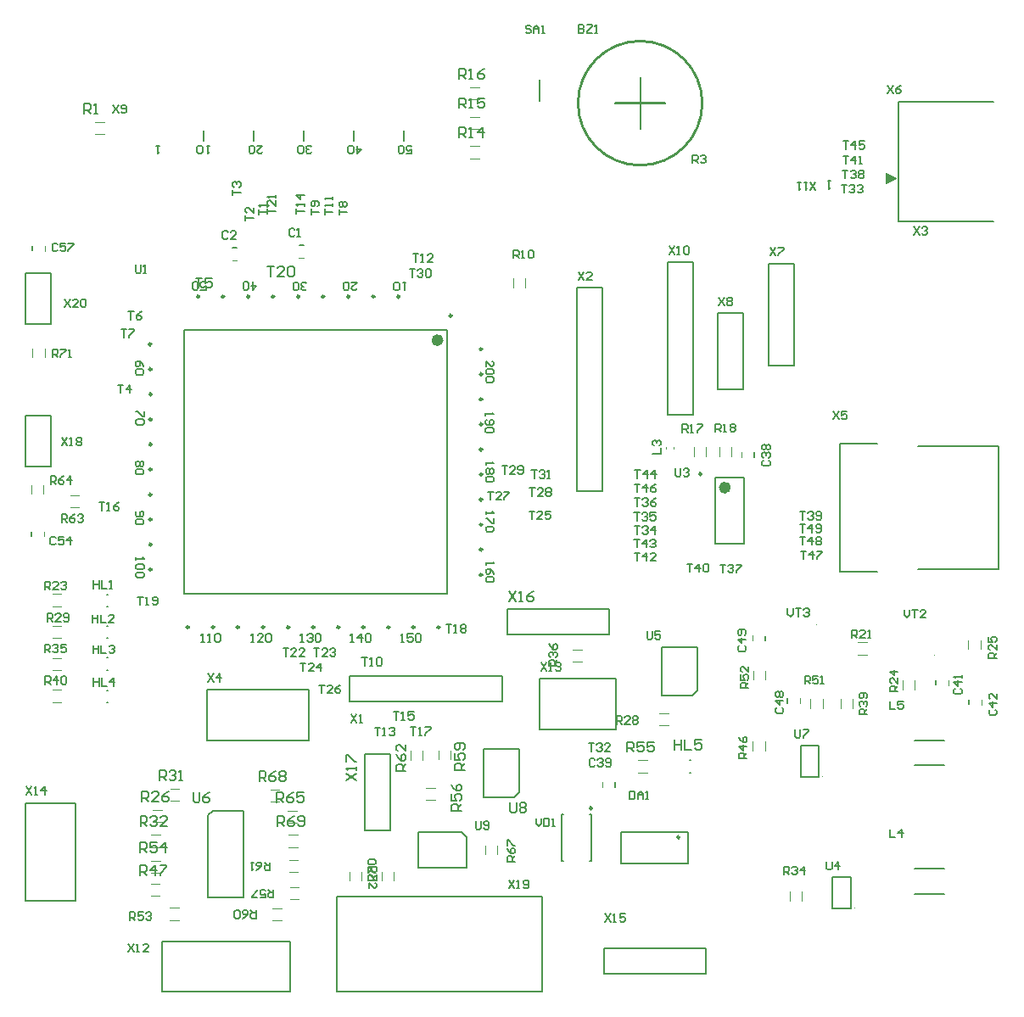
<source format=gto>
G04 Layer_Color=65535*
%FSLAX44Y44*%
%MOMM*%
G71*
G01*
G75*
%ADD37C,0.2000*%
%ADD40C,0.6000*%
%ADD42C,0.2500*%
%ADD67C,0.1016*%
%ADD68C,0.2540*%
%ADD69C,0.1000*%
%ADD70C,0.1270*%
%ADD71C,0.2032*%
%ADD72C,0.1500*%
%ADD73C,0.1524*%
G36*
X1391830Y1587500D02*
X1381670Y1582420D01*
Y1592580D01*
X1391830Y1587500D01*
D02*
G37*
D37*
X1413250Y1197250D02*
X1494250D01*
Y1319250D01*
X1413250D02*
X1494250D01*
X1335250Y1322250D02*
X1373250D01*
X1335250Y1194250D02*
Y1322250D01*
Y1194250D02*
X1373250D01*
X1036250Y1664500D02*
Y1685250D01*
Y1664250D02*
Y1685000D01*
X522750Y963250D02*
X573000D01*
Y865500D02*
Y963250D01*
X522750Y865500D02*
X573000D01*
X522750D02*
Y963250D01*
X659000Y775000D02*
Y825250D01*
X787000D01*
Y775000D02*
Y825250D01*
X659000Y775000D02*
X787000D01*
X1057750Y905750D02*
X1060000D01*
X1057750Y951750D02*
X1060000D01*
X1085500Y905750D02*
X1087750D01*
X1085500Y951750D02*
X1087750D01*
X1057750D02*
X1057750Y905750D01*
X1087750D02*
X1087750Y951750D01*
X604000Y1064000D02*
X605000D01*
X604000Y1076000D02*
X605000D01*
X604000Y1096500D02*
X605000D01*
X604000Y1108500D02*
X605000D01*
X604000Y1128000D02*
X605000D01*
X604000Y1140000D02*
X605000D01*
X604250Y1159750D02*
X605250D01*
X604250Y1171750D02*
X605250D01*
X1117250Y934250D02*
X1184250D01*
X1117250Y903250D02*
X1184250D01*
Y934250D01*
X1117250Y903250D02*
Y934250D01*
X1136250Y1636250D02*
Y1662000D01*
Y1662500D02*
Y1688250D01*
Y1662000D02*
X1161250D01*
Y1662500D01*
X1111250D02*
X1161250D01*
X1111250Y1662000D02*
Y1662500D01*
Y1662000D02*
X1136250D01*
X1210750Y1222250D02*
X1239750D01*
X1210750Y1288250D02*
X1239750D01*
Y1222250D02*
Y1288250D01*
X1210750Y1222250D02*
Y1288250D01*
X680971Y1435431D02*
X943971D01*
X680971Y1172431D02*
X943971D01*
Y1435431D01*
X680971Y1172431D02*
Y1435431D01*
X1409750Y898000D02*
X1439500D01*
X1409750Y873000D02*
X1439500D01*
X1409750Y1025983D02*
X1439500D01*
X1409750Y1000983D02*
X1439500D01*
X1036250Y1037250D02*
Y1087500D01*
X1112000D01*
Y1037250D02*
Y1087500D01*
X1036250Y1037250D02*
X1112000D01*
X1185500Y1006000D02*
X1186500D01*
X1185500Y994000D02*
X1186500D01*
X955802Y1686560D02*
Y1696557D01*
X960800D01*
X962467Y1694891D01*
Y1691558D01*
X960800Y1689892D01*
X955802D01*
X959134D02*
X962467Y1686560D01*
X965799D02*
X969131D01*
X967465D01*
Y1696557D01*
X965799Y1694891D01*
X980794Y1696557D02*
X977462Y1694891D01*
X974129Y1691558D01*
Y1688226D01*
X975796Y1686560D01*
X979128D01*
X980794Y1688226D01*
Y1689892D01*
X979128Y1691558D01*
X974129D01*
X955802Y1657096D02*
Y1667093D01*
X960800D01*
X962467Y1665427D01*
Y1662094D01*
X960800Y1660428D01*
X955802D01*
X959134D02*
X962467Y1657096D01*
X965799D02*
X969131D01*
X967465D01*
Y1667093D01*
X965799Y1665427D01*
X980794Y1667093D02*
X974129D01*
Y1662094D01*
X977462Y1663761D01*
X979128D01*
X980794Y1662094D01*
Y1658762D01*
X979128Y1657096D01*
X975796D01*
X974129Y1658762D01*
X955802Y1627632D02*
Y1637629D01*
X960800D01*
X962467Y1635963D01*
Y1632630D01*
X960800Y1630964D01*
X955802D01*
X959134D02*
X962467Y1627632D01*
X965799D02*
X969131D01*
X967465D01*
Y1637629D01*
X965799Y1635963D01*
X979128Y1627632D02*
Y1637629D01*
X974129Y1632630D01*
X980794D01*
X581152Y1651762D02*
Y1661759D01*
X586150D01*
X587817Y1660093D01*
Y1656760D01*
X586150Y1655094D01*
X581152D01*
X584484D02*
X587817Y1651762D01*
X591149D02*
X594481D01*
X592815D01*
Y1661759D01*
X591149Y1660093D01*
X1026000Y1277747D02*
X1031332D01*
X1028666D01*
Y1269750D01*
X1039329D02*
X1033997D01*
X1039329Y1275082D01*
Y1276414D01*
X1037996Y1277747D01*
X1035330D01*
X1033997Y1276414D01*
X1041995D02*
X1043328Y1277747D01*
X1045993D01*
X1047326Y1276414D01*
Y1275082D01*
X1045993Y1273749D01*
X1047326Y1272416D01*
Y1271083D01*
X1045993Y1269750D01*
X1043328D01*
X1041995Y1271083D01*
Y1272416D01*
X1043328Y1273749D01*
X1041995Y1275082D01*
Y1276414D01*
X1043328Y1273749D02*
X1045993D01*
X1005249Y1174585D02*
X1011914Y1164588D01*
Y1174585D02*
X1005249Y1164588D01*
X1015246D02*
X1018578D01*
X1016912D01*
Y1174585D01*
X1015246Y1172919D01*
X1030241Y1174585D02*
X1026909Y1172919D01*
X1023577Y1169587D01*
Y1166255D01*
X1025243Y1164588D01*
X1028575D01*
X1030241Y1166255D01*
Y1167921D01*
X1028575Y1169587D01*
X1023577D01*
X1283478Y1157577D02*
Y1152246D01*
X1286144Y1149580D01*
X1288810Y1152246D01*
Y1157577D01*
X1291475D02*
X1296807D01*
X1294141D01*
Y1149580D01*
X1299473Y1156245D02*
X1300806Y1157577D01*
X1303472D01*
X1304805Y1156245D01*
Y1154912D01*
X1303472Y1153579D01*
X1302139D01*
X1303472D01*
X1304805Y1152246D01*
Y1150913D01*
X1303472Y1149580D01*
X1300806D01*
X1299473Y1150913D01*
X705104Y1092577D02*
X710436Y1084580D01*
Y1092577D02*
X705104Y1084580D01*
X717100D02*
Y1092577D01*
X713101Y1088579D01*
X718433D01*
X1037194Y1103531D02*
X1042526Y1095534D01*
Y1103531D02*
X1037194Y1095534D01*
X1045191D02*
X1047857D01*
X1046524D01*
Y1103531D01*
X1045191Y1102198D01*
X1051856D02*
X1053189Y1103531D01*
X1055855D01*
X1057188Y1102198D01*
Y1100866D01*
X1055855Y1099533D01*
X1054522D01*
X1055855D01*
X1057188Y1098200D01*
Y1096867D01*
X1055855Y1095534D01*
X1053189D01*
X1051856Y1096867D01*
X1143000Y1134741D02*
Y1128077D01*
X1144333Y1126744D01*
X1146999D01*
X1148332Y1128077D01*
Y1134741D01*
X1156329D02*
X1150997D01*
Y1130743D01*
X1153663Y1132076D01*
X1154996D01*
X1156329Y1130743D01*
Y1128077D01*
X1154996Y1126744D01*
X1152330D01*
X1150997Y1128077D01*
X1053500Y1100750D02*
X1045503D01*
Y1104749D01*
X1046835Y1106082D01*
X1049501D01*
X1050834Y1104749D01*
Y1100750D01*
Y1103416D02*
X1053500Y1106082D01*
X1046835Y1108747D02*
X1045503Y1110080D01*
Y1112746D01*
X1046835Y1114079D01*
X1048168D01*
X1049501Y1112746D01*
Y1111413D01*
Y1112746D01*
X1050834Y1114079D01*
X1052167D01*
X1053500Y1112746D01*
Y1110080D01*
X1052167Y1108747D01*
X1045503Y1122076D02*
X1046835Y1119411D01*
X1049501Y1116745D01*
X1052167D01*
X1053500Y1118078D01*
Y1120744D01*
X1052167Y1122076D01*
X1050834D01*
X1049501Y1120744D01*
Y1116745D01*
X1112750Y1042250D02*
Y1050247D01*
X1116749D01*
X1118082Y1048914D01*
Y1046249D01*
X1116749Y1044916D01*
X1112750D01*
X1115416D02*
X1118082Y1042250D01*
X1126079D02*
X1120747D01*
X1126079Y1047582D01*
Y1048914D01*
X1124746Y1050247D01*
X1122080D01*
X1120747Y1048914D01*
X1128745D02*
X1130078Y1050247D01*
X1132744D01*
X1134076Y1048914D01*
Y1047582D01*
X1132744Y1046249D01*
X1134076Y1044916D01*
Y1043583D01*
X1132744Y1042250D01*
X1130078D01*
X1128745Y1043583D01*
Y1044916D01*
X1130078Y1046249D01*
X1128745Y1047582D01*
Y1048914D01*
X1130078Y1046249D02*
X1132744D01*
X1385570Y1065145D02*
Y1057148D01*
X1390902D01*
X1398899Y1065145D02*
X1393567D01*
Y1061147D01*
X1396233Y1062480D01*
X1397566D01*
X1398899Y1061147D01*
Y1058481D01*
X1397566Y1057148D01*
X1394900D01*
X1393567Y1058481D01*
X1385570Y937129D02*
Y929132D01*
X1390902D01*
X1397566D02*
Y937129D01*
X1393567Y933131D01*
X1398899D01*
X972000Y945247D02*
Y938583D01*
X973333Y937250D01*
X975999D01*
X977332Y938583D01*
Y945247D01*
X979997Y938583D02*
X981330Y937250D01*
X983996D01*
X985329Y938583D01*
Y943914D01*
X983996Y945247D01*
X981330D01*
X979997Y943914D01*
Y942582D01*
X981330Y941249D01*
X985329D01*
X1290828Y1036443D02*
Y1029779D01*
X1292161Y1028446D01*
X1294827D01*
X1296160Y1029779D01*
Y1036443D01*
X1298825D02*
X1304157D01*
Y1035110D01*
X1298825Y1029779D01*
Y1028446D01*
X1322324Y904871D02*
Y898207D01*
X1323657Y896874D01*
X1326323D01*
X1327656Y898207D01*
Y904871D01*
X1334320Y896874D02*
Y904871D01*
X1330321Y900873D01*
X1335653D01*
X1399866Y1156169D02*
Y1150838D01*
X1402532Y1148172D01*
X1405198Y1150838D01*
Y1156169D01*
X1407863D02*
X1413195D01*
X1410529D01*
Y1148172D01*
X1421192D02*
X1415861D01*
X1421192Y1153504D01*
Y1154837D01*
X1419859Y1156169D01*
X1417194D01*
X1415861Y1154837D01*
X632714Y1500755D02*
Y1494091D01*
X634047Y1492758D01*
X636713D01*
X638046Y1494091D01*
Y1500755D01*
X640711Y1492758D02*
X643377D01*
X642044D01*
Y1500755D01*
X640711Y1499422D01*
X1311000Y1575253D02*
X1305668Y1583250D01*
Y1575253D02*
X1311000Y1583250D01*
X1303003D02*
X1300337D01*
X1301670D01*
Y1575253D01*
X1303003Y1576586D01*
X1296338Y1583250D02*
X1293672D01*
X1295005D01*
Y1575253D01*
X1296338Y1576586D01*
X848000Y1051997D02*
X853332Y1044000D01*
Y1051997D02*
X848000Y1044000D01*
X855997D02*
X858663D01*
X857330D01*
Y1051997D01*
X855997Y1050665D01*
X1074674Y1493389D02*
X1080006Y1485392D01*
Y1493389D02*
X1074674Y1485392D01*
X1088003D02*
X1082671D01*
X1088003Y1490724D01*
Y1492056D01*
X1086670Y1493389D01*
X1084004D01*
X1082671Y1492056D01*
X1409500Y1538747D02*
X1414832Y1530750D01*
Y1538747D02*
X1409500Y1530750D01*
X1417497Y1537415D02*
X1418830Y1538747D01*
X1421496D01*
X1422829Y1537415D01*
Y1536082D01*
X1421496Y1534749D01*
X1420163D01*
X1421496D01*
X1422829Y1533416D01*
Y1532083D01*
X1421496Y1530750D01*
X1418830D01*
X1417497Y1532083D01*
X1171500Y1297497D02*
Y1290833D01*
X1172833Y1289500D01*
X1175499D01*
X1176832Y1290833D01*
Y1297497D01*
X1179497Y1296165D02*
X1180830Y1297497D01*
X1183496D01*
X1184829Y1296165D01*
Y1294832D01*
X1183496Y1293499D01*
X1182163D01*
X1183496D01*
X1184829Y1292166D01*
Y1290833D01*
X1183496Y1289500D01*
X1180830D01*
X1179497Y1290833D01*
X1074928Y1740277D02*
Y1732280D01*
X1078927D01*
X1080260Y1733613D01*
Y1734946D01*
X1078927Y1736279D01*
X1074928D01*
X1078927D01*
X1080260Y1737612D01*
Y1738945D01*
X1078927Y1740277D01*
X1074928D01*
X1082925D02*
X1088257D01*
Y1738945D01*
X1082925Y1733613D01*
Y1732280D01*
X1088257D01*
X1090923D02*
X1093589D01*
X1092256D01*
Y1740277D01*
X1090923Y1738945D01*
X770250Y877000D02*
Y869003D01*
X766251D01*
X764918Y870335D01*
Y873001D01*
X766251Y874334D01*
X770250D01*
X767584D02*
X764918Y877000D01*
X756921Y869003D02*
X762253D01*
Y873001D01*
X759587Y871668D01*
X758254D01*
X756921Y873001D01*
Y875667D01*
X758254Y877000D01*
X760920D01*
X762253Y875667D01*
X754255Y869003D02*
X748924D01*
Y870335D01*
X754255Y875667D01*
Y877000D01*
X1005000Y886247D02*
X1010332Y878250D01*
Y886247D02*
X1005000Y878250D01*
X1012997D02*
X1015663D01*
X1014330D01*
Y886247D01*
X1012997Y884914D01*
X1019662Y879583D02*
X1020995Y878250D01*
X1023661D01*
X1024994Y879583D01*
Y884914D01*
X1023661Y886247D01*
X1020995D01*
X1019662Y884914D01*
Y883582D01*
X1020995Y882249D01*
X1024994D01*
X1125750Y975247D02*
Y967250D01*
X1129749D01*
X1131082Y968583D01*
Y973914D01*
X1129749Y975247D01*
X1125750D01*
X1133747Y967250D02*
Y972582D01*
X1136413Y975247D01*
X1139079Y972582D01*
Y967250D01*
Y971249D01*
X1133747D01*
X1141745Y967250D02*
X1144411D01*
X1143078D01*
Y975247D01*
X1141745Y973914D01*
X590750Y1185497D02*
Y1177500D01*
Y1181499D01*
X596082D01*
Y1185497D01*
Y1177500D01*
X598747Y1185497D02*
Y1177500D01*
X604079D01*
X606745D02*
X609411D01*
X608078D01*
Y1185497D01*
X606745Y1184165D01*
X589750Y1151497D02*
Y1143500D01*
Y1147499D01*
X595082D01*
Y1151497D01*
Y1143500D01*
X597747Y1151497D02*
Y1143500D01*
X603079D01*
X611077D02*
X605745D01*
X611077Y1148832D01*
Y1150164D01*
X609744Y1151497D01*
X607078D01*
X605745Y1150164D01*
X590250Y1120997D02*
Y1113000D01*
Y1116999D01*
X595582D01*
Y1120997D01*
Y1113000D01*
X598247Y1120997D02*
Y1113000D01*
X603579D01*
X606245Y1119665D02*
X607578Y1120997D01*
X610244D01*
X611576Y1119665D01*
Y1118332D01*
X610244Y1116999D01*
X608911D01*
X610244D01*
X611576Y1115666D01*
Y1114333D01*
X610244Y1113000D01*
X607578D01*
X606245Y1114333D01*
X590750Y1088247D02*
Y1080250D01*
Y1084249D01*
X596082D01*
Y1088247D01*
Y1080250D01*
X598747Y1088247D02*
Y1080250D01*
X604079D01*
X610744D02*
Y1088247D01*
X606745Y1084249D01*
X612076D01*
X1032250Y947997D02*
Y942666D01*
X1034916Y940000D01*
X1037582Y942666D01*
Y947997D01*
X1040247D02*
Y940000D01*
X1044246D01*
X1045579Y941333D01*
Y946665D01*
X1044246Y947997D01*
X1040247D01*
X1048245Y940000D02*
X1050911D01*
X1049578D01*
Y947997D01*
X1048245Y946665D01*
X791462Y1535744D02*
X790129Y1537077D01*
X787463D01*
X786130Y1535744D01*
Y1530413D01*
X787463Y1529080D01*
X790129D01*
X791462Y1530413D01*
X794127Y1529080D02*
X796793D01*
X795460D01*
Y1537077D01*
X794127Y1535744D01*
X724914Y1532950D02*
X723581Y1534283D01*
X720915D01*
X719582Y1532950D01*
Y1527619D01*
X720915Y1526286D01*
X723581D01*
X724914Y1527619D01*
X732911Y1526286D02*
X727579D01*
X732911Y1531618D01*
Y1532950D01*
X731578Y1534283D01*
X728912D01*
X727579Y1532950D01*
X553082Y1227915D02*
X551749Y1229247D01*
X549083D01*
X547750Y1227915D01*
Y1222583D01*
X549083Y1221250D01*
X551749D01*
X553082Y1222583D01*
X561079Y1229247D02*
X555747D01*
Y1225249D01*
X558413Y1226582D01*
X559746D01*
X561079Y1225249D01*
Y1222583D01*
X559746Y1221250D01*
X557080D01*
X555747Y1222583D01*
X567744Y1221250D02*
Y1229247D01*
X563745Y1225249D01*
X569076D01*
X554832Y1520914D02*
X553499Y1522247D01*
X550833D01*
X549500Y1520914D01*
Y1515583D01*
X550833Y1514250D01*
X553499D01*
X554832Y1515583D01*
X562829Y1522247D02*
X557497D01*
Y1518249D01*
X560163Y1519582D01*
X561496D01*
X562829Y1518249D01*
Y1515583D01*
X561496Y1514250D01*
X558830D01*
X557497Y1515583D01*
X565495Y1522247D02*
X570826D01*
Y1520914D01*
X565495Y1515583D01*
Y1514250D01*
X1259335Y1305332D02*
X1258003Y1303999D01*
Y1301333D01*
X1259335Y1300000D01*
X1264667D01*
X1266000Y1301333D01*
Y1303999D01*
X1264667Y1305332D01*
X1259335Y1307997D02*
X1258003Y1309330D01*
Y1311996D01*
X1259335Y1313329D01*
X1260668D01*
X1262001Y1311996D01*
Y1310663D01*
Y1311996D01*
X1263334Y1313329D01*
X1264667D01*
X1266000Y1311996D01*
Y1309330D01*
X1264667Y1307997D01*
X1259335Y1315995D02*
X1258003Y1317328D01*
Y1319994D01*
X1259335Y1321326D01*
X1260668D01*
X1262001Y1319994D01*
X1263334Y1321326D01*
X1264667D01*
X1266000Y1319994D01*
Y1317328D01*
X1264667Y1315995D01*
X1263334D01*
X1262001Y1317328D01*
X1260668Y1315995D01*
X1259335D01*
X1262001Y1317328D02*
Y1319994D01*
X559000Y1243750D02*
Y1251747D01*
X562999D01*
X564332Y1250415D01*
Y1247749D01*
X562999Y1246416D01*
X559000D01*
X561666D02*
X564332Y1243750D01*
X572329Y1251747D02*
X569663Y1250415D01*
X566997Y1247749D01*
Y1245083D01*
X568330Y1243750D01*
X570996D01*
X572329Y1245083D01*
Y1246416D01*
X570996Y1247749D01*
X566997D01*
X574995Y1250415D02*
X576328Y1251747D01*
X578994D01*
X580326Y1250415D01*
Y1249082D01*
X578994Y1247749D01*
X577661D01*
X578994D01*
X580326Y1246416D01*
Y1245083D01*
X578994Y1243750D01*
X576328D01*
X574995Y1245083D01*
X548000Y1281750D02*
Y1289747D01*
X551999D01*
X553332Y1288414D01*
Y1285749D01*
X551999Y1284416D01*
X548000D01*
X550666D02*
X553332Y1281750D01*
X561329Y1289747D02*
X558663Y1288414D01*
X555997Y1285749D01*
Y1283083D01*
X557330Y1281750D01*
X559996D01*
X561329Y1283083D01*
Y1284416D01*
X559996Y1285749D01*
X555997D01*
X567994Y1281750D02*
Y1289747D01*
X563995Y1285749D01*
X569326D01*
X549750Y1408500D02*
Y1416497D01*
X553749D01*
X555082Y1415164D01*
Y1412499D01*
X553749Y1411166D01*
X549750D01*
X552416D02*
X555082Y1408500D01*
X557747Y1416497D02*
X563079D01*
Y1415164D01*
X557747Y1409833D01*
Y1408500D01*
X565745D02*
X568411D01*
X567078D01*
Y1416497D01*
X565745Y1415164D01*
X1178500Y1333500D02*
Y1341497D01*
X1182499D01*
X1183832Y1340164D01*
Y1337499D01*
X1182499Y1336166D01*
X1178500D01*
X1181166D02*
X1183832Y1333500D01*
X1186497D02*
X1189163D01*
X1187830D01*
Y1341497D01*
X1186497Y1340164D01*
X1193162Y1341497D02*
X1198494D01*
Y1340164D01*
X1193162Y1334833D01*
Y1333500D01*
X1211500Y1334000D02*
Y1341997D01*
X1215499D01*
X1216832Y1340665D01*
Y1337999D01*
X1215499Y1336666D01*
X1211500D01*
X1214166D02*
X1216832Y1334000D01*
X1219497D02*
X1222163D01*
X1220830D01*
Y1341997D01*
X1219497Y1340665D01*
X1226162D02*
X1227495Y1341997D01*
X1230161D01*
X1231494Y1340665D01*
Y1339332D01*
X1230161Y1337999D01*
X1231494Y1336666D01*
Y1335333D01*
X1230161Y1334000D01*
X1227495D01*
X1226162Y1335333D01*
Y1336666D01*
X1227495Y1337999D01*
X1226162Y1339332D01*
Y1340665D01*
X1227495Y1337999D02*
X1230161D01*
X1347500Y1128000D02*
Y1135997D01*
X1351499D01*
X1352832Y1134665D01*
Y1131999D01*
X1351499Y1130666D01*
X1347500D01*
X1350166D02*
X1352832Y1128000D01*
X1360829D02*
X1355497D01*
X1360829Y1133332D01*
Y1134665D01*
X1359496Y1135997D01*
X1356830D01*
X1355497Y1134665D01*
X1363495Y1128000D02*
X1366161D01*
X1364828D01*
Y1135997D01*
X1363495Y1134665D01*
X1363000Y1051750D02*
X1355003D01*
Y1055749D01*
X1356335Y1057082D01*
X1359001D01*
X1360334Y1055749D01*
Y1051750D01*
Y1054416D02*
X1363000Y1057082D01*
X1356335Y1059747D02*
X1355003Y1061080D01*
Y1063746D01*
X1356335Y1065079D01*
X1357668D01*
X1359001Y1063746D01*
Y1062413D01*
Y1063746D01*
X1360334Y1065079D01*
X1361667D01*
X1363000Y1063746D01*
Y1061080D01*
X1361667Y1059747D01*
Y1067745D02*
X1363000Y1069078D01*
Y1071744D01*
X1361667Y1073076D01*
X1356335D01*
X1355003Y1071744D01*
Y1069078D01*
X1356335Y1067745D01*
X1357668D01*
X1359001Y1069078D01*
Y1073076D01*
X542250Y1176500D02*
Y1184497D01*
X546249D01*
X547582Y1183165D01*
Y1180499D01*
X546249Y1179166D01*
X542250D01*
X544916D02*
X547582Y1176500D01*
X555579D02*
X550247D01*
X555579Y1181832D01*
Y1183165D01*
X554246Y1184497D01*
X551580D01*
X550247Y1183165D01*
X558245D02*
X559578Y1184497D01*
X562244D01*
X563576Y1183165D01*
Y1181832D01*
X562244Y1180499D01*
X560911D01*
X562244D01*
X563576Y1179166D01*
Y1177833D01*
X562244Y1176500D01*
X559578D01*
X558245Y1177833D01*
X1279750Y892000D02*
Y899997D01*
X1283749D01*
X1285082Y898664D01*
Y895999D01*
X1283749Y894666D01*
X1279750D01*
X1282416D02*
X1285082Y892000D01*
X1287747Y898664D02*
X1289080Y899997D01*
X1291746D01*
X1293079Y898664D01*
Y897332D01*
X1291746Y895999D01*
X1290413D01*
X1291746D01*
X1293079Y894666D01*
Y893333D01*
X1291746Y892000D01*
X1289080D01*
X1287747Y893333D01*
X1299744Y892000D02*
Y899997D01*
X1295745Y895999D01*
X1301076D01*
X1242750Y1008000D02*
X1234753D01*
Y1011999D01*
X1236086Y1013332D01*
X1238751D01*
X1240084Y1011999D01*
Y1008000D01*
Y1010666D02*
X1242750Y1013332D01*
Y1019996D02*
X1234753D01*
X1238751Y1015997D01*
Y1021329D01*
X1234753Y1029326D02*
X1236086Y1026661D01*
X1238751Y1023995D01*
X1241417D01*
X1242750Y1025328D01*
Y1027993D01*
X1241417Y1029326D01*
X1240084D01*
X1238751Y1027993D01*
Y1023995D01*
X544750Y1144750D02*
Y1152747D01*
X548749D01*
X550082Y1151414D01*
Y1148749D01*
X548749Y1147416D01*
X544750D01*
X547416D02*
X550082Y1144750D01*
X558079D02*
X552747D01*
X558079Y1150082D01*
Y1151414D01*
X556746Y1152747D01*
X554080D01*
X552747Y1151414D01*
X560745Y1146083D02*
X562078Y1144750D01*
X564743D01*
X566076Y1146083D01*
Y1151414D01*
X564743Y1152747D01*
X562078D01*
X560745Y1151414D01*
Y1150082D01*
X562078Y1148749D01*
X566076D01*
X627000Y846500D02*
Y854497D01*
X630999D01*
X632332Y853165D01*
Y850499D01*
X630999Y849166D01*
X627000D01*
X629666D02*
X632332Y846500D01*
X640329Y854497D02*
X634997D01*
Y850499D01*
X637663Y851832D01*
X638996D01*
X640329Y850499D01*
Y847833D01*
X638996Y846500D01*
X636330D01*
X634997Y847833D01*
X642995Y853165D02*
X644328Y854497D01*
X646993D01*
X648326Y853165D01*
Y851832D01*
X646993Y850499D01*
X645661D01*
X646993D01*
X648326Y849166D01*
Y847833D01*
X646993Y846500D01*
X644328D01*
X642995Y847833D01*
X542000Y1113750D02*
Y1121747D01*
X545999D01*
X547332Y1120415D01*
Y1117749D01*
X545999Y1116416D01*
X542000D01*
X544666D02*
X547332Y1113750D01*
X549997Y1120415D02*
X551330Y1121747D01*
X553996D01*
X555329Y1120415D01*
Y1119082D01*
X553996Y1117749D01*
X552663D01*
X553996D01*
X555329Y1116416D01*
Y1115083D01*
X553996Y1113750D01*
X551330D01*
X549997Y1115083D01*
X563326Y1121747D02*
X557995D01*
Y1117749D01*
X560661Y1119082D01*
X561994D01*
X563326Y1117749D01*
Y1115083D01*
X561994Y1113750D01*
X559328D01*
X557995Y1115083D01*
X1300500Y1082250D02*
Y1090247D01*
X1304499D01*
X1305832Y1088914D01*
Y1086249D01*
X1304499Y1084916D01*
X1300500D01*
X1303166D02*
X1305832Y1082250D01*
X1313829Y1090247D02*
X1308497D01*
Y1086249D01*
X1311163Y1087582D01*
X1312496D01*
X1313829Y1086249D01*
Y1083583D01*
X1312496Y1082250D01*
X1309830D01*
X1308497Y1083583D01*
X1316495Y1082250D02*
X1319161D01*
X1317828D01*
Y1090247D01*
X1316495Y1088914D01*
X1244500Y1078250D02*
X1236503D01*
Y1082249D01*
X1237835Y1083582D01*
X1240501D01*
X1241834Y1082249D01*
Y1078250D01*
Y1080916D02*
X1244500Y1083582D01*
X1236503Y1091579D02*
Y1086247D01*
X1240501D01*
X1239168Y1088913D01*
Y1090246D01*
X1240501Y1091579D01*
X1243167D01*
X1244500Y1090246D01*
Y1087580D01*
X1243167Y1086247D01*
X1244500Y1099576D02*
Y1094245D01*
X1239168Y1099576D01*
X1237835D01*
X1236503Y1098243D01*
Y1095578D01*
X1237835Y1094245D01*
X542500Y1082000D02*
Y1089997D01*
X546499D01*
X547832Y1088664D01*
Y1085999D01*
X546499Y1084666D01*
X542500D01*
X545166D02*
X547832Y1082000D01*
X554496D02*
Y1089997D01*
X550497Y1085999D01*
X555829D01*
X558495Y1088664D02*
X559828Y1089997D01*
X562494D01*
X563826Y1088664D01*
Y1083333D01*
X562494Y1082000D01*
X559828D01*
X558495Y1083333D01*
Y1088664D01*
X752750Y856250D02*
Y848253D01*
X748751D01*
X747418Y849585D01*
Y852251D01*
X748751Y853584D01*
X752750D01*
X750084D02*
X747418Y856250D01*
X739421Y848253D02*
X742087Y849585D01*
X744753Y852251D01*
Y854917D01*
X743420Y856250D01*
X740754D01*
X739421Y854917D01*
Y853584D01*
X740754Y852251D01*
X744753D01*
X736755Y849585D02*
X735422Y848253D01*
X732756D01*
X731423Y849585D01*
Y854917D01*
X732756Y856250D01*
X735422D01*
X736755Y854917D01*
Y849585D01*
X766500Y904250D02*
Y896253D01*
X762501D01*
X761168Y897586D01*
Y900251D01*
X762501Y901584D01*
X766500D01*
X763834D02*
X761168Y904250D01*
X753171Y896253D02*
X755837Y897586D01*
X758503Y900251D01*
Y902917D01*
X757170Y904250D01*
X754504D01*
X753171Y902917D01*
Y901584D01*
X754504Y900251D01*
X758503D01*
X750505Y904250D02*
X747839D01*
X749172D01*
Y896253D01*
X750505Y897586D01*
X1011350Y905050D02*
X1003353D01*
Y909049D01*
X1004686Y910382D01*
X1007351D01*
X1008684Y909049D01*
Y905050D01*
Y907716D02*
X1011350Y910382D01*
X1003353Y918379D02*
X1004686Y915713D01*
X1007351Y913047D01*
X1010017D01*
X1011350Y914380D01*
Y917046D01*
X1010017Y918379D01*
X1008684D01*
X1007351Y917046D01*
Y913047D01*
X1003353Y921045D02*
Y926376D01*
X1004686D01*
X1010017Y921045D01*
X1011350D01*
X872500Y886000D02*
X864503D01*
Y889999D01*
X865835Y891332D01*
X868501D01*
X869834Y889999D01*
Y886000D01*
Y888666D02*
X872500Y891332D01*
X864503Y893997D02*
Y899329D01*
X865835D01*
X871167Y893997D01*
X872500D01*
X865835Y901995D02*
X864503Y903328D01*
Y905994D01*
X865835Y907327D01*
X871167D01*
X872500Y905994D01*
Y903328D01*
X871167Y901995D01*
X865835D01*
X865350Y899800D02*
X873347D01*
Y895801D01*
X872014Y894468D01*
X869349D01*
X868016Y895801D01*
Y899800D01*
Y897134D02*
X865350Y894468D01*
X873347Y891803D02*
Y886471D01*
X872014D01*
X866683Y891803D01*
X865350D01*
Y878474D02*
Y883805D01*
X870682Y878474D01*
X872014D01*
X873347Y879807D01*
Y882472D01*
X872014Y883805D01*
X1188466Y1602232D02*
Y1610229D01*
X1192465D01*
X1193798Y1608896D01*
Y1606231D01*
X1192465Y1604898D01*
X1188466D01*
X1191132D02*
X1193798Y1602232D01*
X1196463Y1608896D02*
X1197796Y1610229D01*
X1200462D01*
X1201795Y1608896D01*
Y1607564D01*
X1200462Y1606231D01*
X1199129D01*
X1200462D01*
X1201795Y1604898D01*
Y1603565D01*
X1200462Y1602232D01*
X1197796D01*
X1196463Y1603565D01*
X559000Y1328247D02*
X564332Y1320250D01*
Y1328247D02*
X559000Y1320250D01*
X566997D02*
X569663D01*
X568330D01*
Y1328247D01*
X566997Y1326915D01*
X573662D02*
X574995Y1328247D01*
X577661D01*
X578994Y1326915D01*
Y1325582D01*
X577661Y1324249D01*
X578994Y1322916D01*
Y1321583D01*
X577661Y1320250D01*
X574995D01*
X573662Y1321583D01*
Y1322916D01*
X574995Y1324249D01*
X573662Y1325582D01*
Y1326915D01*
X574995Y1324249D02*
X577661D01*
X562000Y1466497D02*
X567332Y1458500D01*
Y1466497D02*
X562000Y1458500D01*
X575329D02*
X569997D01*
X575329Y1463832D01*
Y1465164D01*
X573996Y1466497D01*
X571330D01*
X569997Y1465164D01*
X577995D02*
X579328Y1466497D01*
X581994D01*
X583326Y1465164D01*
Y1459833D01*
X581994Y1458500D01*
X579328D01*
X577995Y1459833D01*
Y1465164D01*
X1214882Y1467989D02*
X1220214Y1459992D01*
Y1467989D02*
X1214882Y1459992D01*
X1222879Y1466656D02*
X1224212Y1467989D01*
X1226878D01*
X1228211Y1466656D01*
Y1465324D01*
X1226878Y1463991D01*
X1228211Y1462658D01*
Y1461325D01*
X1226878Y1459992D01*
X1224212D01*
X1222879Y1461325D01*
Y1462658D01*
X1224212Y1463991D01*
X1222879Y1465324D01*
Y1466656D01*
X1224212Y1463991D02*
X1226878D01*
X625500Y822997D02*
X630832Y815000D01*
Y822997D02*
X625500Y815000D01*
X633497D02*
X636163D01*
X634830D01*
Y822997D01*
X633497Y821665D01*
X645494Y815000D02*
X640162D01*
X645494Y820332D01*
Y821665D01*
X644161Y822997D01*
X641495D01*
X640162Y821665D01*
X523748Y979801D02*
X529080Y971804D01*
Y979801D02*
X523748Y971804D01*
X531745D02*
X534411D01*
X533078D01*
Y979801D01*
X531745Y978468D01*
X542409Y971804D02*
Y979801D01*
X538410Y975803D01*
X543742D01*
X1165098Y1519043D02*
X1170430Y1511046D01*
Y1519043D02*
X1165098Y1511046D01*
X1173095D02*
X1175761D01*
X1174428D01*
Y1519043D01*
X1173095Y1517711D01*
X1179760D02*
X1181093Y1519043D01*
X1183759D01*
X1185092Y1517711D01*
Y1512379D01*
X1183759Y1511046D01*
X1181093D01*
X1179760Y1512379D01*
Y1517711D01*
X1091082Y1006414D02*
X1089749Y1007747D01*
X1087083D01*
X1085750Y1006414D01*
Y1001083D01*
X1087083Y999750D01*
X1089749D01*
X1091082Y1001083D01*
X1093747Y1006414D02*
X1095080Y1007747D01*
X1097746D01*
X1099079Y1006414D01*
Y1005082D01*
X1097746Y1003749D01*
X1096413D01*
X1097746D01*
X1099079Y1002416D01*
Y1001083D01*
X1097746Y999750D01*
X1095080D01*
X1093747Y1001083D01*
X1101745D02*
X1103078Y999750D01*
X1105744D01*
X1107076Y1001083D01*
Y1006414D01*
X1105744Y1007747D01*
X1103078D01*
X1101745Y1006414D01*
Y1005082D01*
X1103078Y1003749D01*
X1107076D01*
X1027428Y1738436D02*
X1026095Y1739769D01*
X1023429D01*
X1022096Y1738436D01*
Y1737104D01*
X1023429Y1735771D01*
X1026095D01*
X1027428Y1734438D01*
Y1733105D01*
X1026095Y1731772D01*
X1023429D01*
X1022096Y1733105D01*
X1030093Y1731772D02*
Y1737104D01*
X1032759Y1739769D01*
X1035425Y1737104D01*
Y1731772D01*
Y1735771D01*
X1030093D01*
X1038091Y1731772D02*
X1040757D01*
X1039424D01*
Y1739769D01*
X1038091Y1738436D01*
X1101344Y852801D02*
X1106676Y844804D01*
Y852801D02*
X1101344Y844804D01*
X1109341D02*
X1112007D01*
X1110674D01*
Y852801D01*
X1109341Y851469D01*
X1121338Y852801D02*
X1116006D01*
Y848803D01*
X1118672Y850136D01*
X1120005D01*
X1121338Y848803D01*
Y846137D01*
X1120005Y844804D01*
X1117339D01*
X1116006Y846137D01*
X1450585Y1077582D02*
X1449253Y1076249D01*
Y1073583D01*
X1450585Y1072250D01*
X1455917D01*
X1457250Y1073583D01*
Y1076249D01*
X1455917Y1077582D01*
X1457250Y1084246D02*
X1449253D01*
X1453251Y1080247D01*
Y1085579D01*
X1457250Y1088245D02*
Y1090911D01*
Y1089578D01*
X1449253D01*
X1450585Y1088245D01*
X1272586Y1058582D02*
X1271253Y1057249D01*
Y1054583D01*
X1272586Y1053250D01*
X1277917D01*
X1279250Y1054583D01*
Y1057249D01*
X1277917Y1058582D01*
X1279250Y1065246D02*
X1271253D01*
X1275251Y1061247D01*
Y1066579D01*
X1272586Y1069245D02*
X1271253Y1070578D01*
Y1073243D01*
X1272586Y1074576D01*
X1273918D01*
X1275251Y1073243D01*
X1276584Y1074576D01*
X1277917D01*
X1279250Y1073243D01*
Y1070578D01*
X1277917Y1069245D01*
X1276584D01*
X1275251Y1070578D01*
X1273918Y1069245D01*
X1272586D01*
X1275251Y1070578D02*
Y1073243D01*
X1485585Y1056582D02*
X1484253Y1055249D01*
Y1052583D01*
X1485585Y1051250D01*
X1490917D01*
X1492250Y1052583D01*
Y1055249D01*
X1490917Y1056582D01*
X1492250Y1063246D02*
X1484253D01*
X1488251Y1059247D01*
Y1064579D01*
X1492250Y1072576D02*
Y1067245D01*
X1486918Y1072576D01*
X1485585D01*
X1484253Y1071244D01*
Y1068578D01*
X1485585Y1067245D01*
X1235086Y1120332D02*
X1233753Y1118999D01*
Y1116333D01*
X1235086Y1115000D01*
X1240417D01*
X1241750Y1116333D01*
Y1118999D01*
X1240417Y1120332D01*
X1241750Y1126996D02*
X1233753D01*
X1237751Y1122997D01*
Y1128329D01*
X1240417Y1130995D02*
X1241750Y1132328D01*
Y1134994D01*
X1240417Y1136327D01*
X1235086D01*
X1233753Y1134994D01*
Y1132328D01*
X1235086Y1130995D01*
X1236418D01*
X1237751Y1132328D01*
Y1136327D01*
X1393500Y1074750D02*
X1385503D01*
Y1078749D01*
X1386835Y1080082D01*
X1389501D01*
X1390834Y1078749D01*
Y1074750D01*
Y1077416D02*
X1393500Y1080082D01*
Y1088079D02*
Y1082747D01*
X1388168Y1088079D01*
X1386835D01*
X1385503Y1086746D01*
Y1084080D01*
X1386835Y1082747D01*
X1393500Y1094744D02*
X1385503D01*
X1389501Y1090745D01*
Y1096076D01*
X1492000Y1108000D02*
X1484003D01*
Y1111999D01*
X1485336Y1113332D01*
X1488001D01*
X1489334Y1111999D01*
Y1108000D01*
Y1110666D02*
X1492000Y1113332D01*
Y1121329D02*
Y1115997D01*
X1486668Y1121329D01*
X1485336D01*
X1484003Y1119996D01*
Y1117330D01*
X1485336Y1115997D01*
X1484003Y1129326D02*
Y1123995D01*
X1488001D01*
X1486668Y1126661D01*
Y1127994D01*
X1488001Y1129326D01*
X1490667D01*
X1492000Y1127994D01*
Y1125328D01*
X1490667Y1123995D01*
X610250Y1660247D02*
X615582Y1652250D01*
Y1660247D02*
X610250Y1652250D01*
X618247Y1653583D02*
X619580Y1652250D01*
X622246D01*
X623579Y1653583D01*
Y1658914D01*
X622246Y1660247D01*
X619580D01*
X618247Y1658914D01*
Y1657582D01*
X619580Y1656249D01*
X623579D01*
X625500Y1453997D02*
X630832D01*
X628166D01*
Y1446000D01*
X638829Y1453997D02*
X636163Y1452664D01*
X633497Y1449999D01*
Y1447333D01*
X634830Y1446000D01*
X637496D01*
X638829Y1447333D01*
Y1448666D01*
X637496Y1449999D01*
X633497D01*
X618220Y1436247D02*
X623552D01*
X620886D01*
Y1428250D01*
X626217Y1436247D02*
X631549D01*
Y1434915D01*
X626217Y1429583D01*
Y1428250D01*
X1130500Y1213247D02*
X1135832D01*
X1133166D01*
Y1205250D01*
X1142496D02*
Y1213247D01*
X1138497Y1209249D01*
X1143829D01*
X1151826Y1205250D02*
X1146495D01*
X1151826Y1210582D01*
Y1211915D01*
X1150494Y1213247D01*
X1147828D01*
X1146495Y1211915D01*
X1130250Y1226497D02*
X1135582D01*
X1132916D01*
Y1218500D01*
X1142246D02*
Y1226497D01*
X1138247Y1222499D01*
X1143579D01*
X1146245Y1225164D02*
X1147578Y1226497D01*
X1150244D01*
X1151576Y1225164D01*
Y1223832D01*
X1150244Y1222499D01*
X1148911D01*
X1150244D01*
X1151576Y1221166D01*
Y1219833D01*
X1150244Y1218500D01*
X1147578D01*
X1146245Y1219833D01*
X1296500Y1214997D02*
X1301832D01*
X1299166D01*
Y1207000D01*
X1308496D02*
Y1214997D01*
X1304497Y1210999D01*
X1309829D01*
X1312495Y1214997D02*
X1317826D01*
Y1213664D01*
X1312495Y1208333D01*
Y1207000D01*
X1295750Y1228997D02*
X1301082D01*
X1298416D01*
Y1221000D01*
X1307746D02*
Y1228997D01*
X1303747Y1224999D01*
X1309079D01*
X1311745Y1227664D02*
X1313078Y1228997D01*
X1315744D01*
X1317077Y1227664D01*
Y1226332D01*
X1315744Y1224999D01*
X1317077Y1223666D01*
Y1222333D01*
X1315744Y1221000D01*
X1313078D01*
X1311745Y1222333D01*
Y1223666D01*
X1313078Y1224999D01*
X1311745Y1226332D01*
Y1227664D01*
X1313078Y1224999D02*
X1315744D01*
X1295500Y1241497D02*
X1300832D01*
X1298166D01*
Y1233500D01*
X1307496D02*
Y1241497D01*
X1303497Y1237499D01*
X1308829D01*
X1311495Y1234833D02*
X1312828Y1233500D01*
X1315494D01*
X1316826Y1234833D01*
Y1240164D01*
X1315494Y1241497D01*
X1312828D01*
X1311495Y1240164D01*
Y1238832D01*
X1312828Y1237499D01*
X1316826D01*
X1130750Y1239747D02*
X1136082D01*
X1133416D01*
Y1231750D01*
X1138747Y1238415D02*
X1140080Y1239747D01*
X1142746D01*
X1144079Y1238415D01*
Y1237082D01*
X1142746Y1235749D01*
X1141413D01*
X1142746D01*
X1144079Y1234416D01*
Y1233083D01*
X1142746Y1231750D01*
X1140080D01*
X1138747Y1233083D01*
X1150744Y1231750D02*
Y1239747D01*
X1146745Y1235749D01*
X1152076D01*
X1130250Y1253497D02*
X1135582D01*
X1132916D01*
Y1245500D01*
X1138247Y1252165D02*
X1139580Y1253497D01*
X1142246D01*
X1143579Y1252165D01*
Y1250832D01*
X1142246Y1249499D01*
X1140913D01*
X1142246D01*
X1143579Y1248166D01*
Y1246833D01*
X1142246Y1245500D01*
X1139580D01*
X1138247Y1246833D01*
X1151576Y1253497D02*
X1146245D01*
Y1249499D01*
X1148911Y1250832D01*
X1150244D01*
X1151576Y1249499D01*
Y1246833D01*
X1150244Y1245500D01*
X1147578D01*
X1146245Y1246833D01*
X1130750Y1267747D02*
X1136082D01*
X1133416D01*
Y1259750D01*
X1138747Y1266414D02*
X1140080Y1267747D01*
X1142746D01*
X1144079Y1266414D01*
Y1265082D01*
X1142746Y1263749D01*
X1141413D01*
X1142746D01*
X1144079Y1262416D01*
Y1261083D01*
X1142746Y1259750D01*
X1140080D01*
X1138747Y1261083D01*
X1152076Y1267747D02*
X1149411Y1266414D01*
X1146745Y1263749D01*
Y1261083D01*
X1148078Y1259750D01*
X1150744D01*
X1152076Y1261083D01*
Y1262416D01*
X1150744Y1263749D01*
X1146745D01*
X615180Y1380567D02*
X620512D01*
X617846D01*
Y1372570D01*
X627176D02*
Y1380567D01*
X623177Y1376569D01*
X628509D01*
X596250Y1263497D02*
X601582D01*
X598916D01*
Y1255500D01*
X604247D02*
X606913D01*
X605580D01*
Y1263497D01*
X604247Y1262165D01*
X616244Y1263497D02*
X613578Y1262165D01*
X610912Y1259499D01*
Y1256833D01*
X612245Y1255500D01*
X614911D01*
X616244Y1256833D01*
Y1258166D01*
X614911Y1259499D01*
X610912D01*
X998250Y1299747D02*
X1003582D01*
X1000916D01*
Y1291750D01*
X1011579D02*
X1006247D01*
X1011579Y1297082D01*
Y1298414D01*
X1010246Y1299747D01*
X1007580D01*
X1006247Y1298414D01*
X1014245Y1293083D02*
X1015578Y1291750D01*
X1018244D01*
X1019576Y1293083D01*
Y1298414D01*
X1018244Y1299747D01*
X1015578D01*
X1014245Y1298414D01*
Y1297082D01*
X1015578Y1295749D01*
X1019576D01*
X984500Y1274247D02*
X989832D01*
X987166D01*
Y1266250D01*
X997829D02*
X992497D01*
X997829Y1271582D01*
Y1272915D01*
X996496Y1274247D01*
X993830D01*
X992497Y1272915D01*
X1000495Y1274247D02*
X1005826D01*
Y1272915D01*
X1000495Y1267583D01*
Y1266250D01*
X1295750Y1254247D02*
X1301082D01*
X1298416D01*
Y1246250D01*
X1303747Y1252915D02*
X1305080Y1254247D01*
X1307746D01*
X1309079Y1252915D01*
Y1251582D01*
X1307746Y1250249D01*
X1306413D01*
X1307746D01*
X1309079Y1248916D01*
Y1247583D01*
X1307746Y1246250D01*
X1305080D01*
X1303747Y1247583D01*
X1311745D02*
X1313078Y1246250D01*
X1315744D01*
X1317077Y1247583D01*
Y1252915D01*
X1315744Y1254247D01*
X1313078D01*
X1311745Y1252915D01*
Y1251582D01*
X1313078Y1250249D01*
X1317077D01*
X1131000Y1295497D02*
X1136332D01*
X1133666D01*
Y1287500D01*
X1142996D02*
Y1295497D01*
X1138997Y1291499D01*
X1144329D01*
X1150994Y1287500D02*
Y1295497D01*
X1146995Y1291499D01*
X1152326D01*
X1130750Y1281747D02*
X1136082D01*
X1133416D01*
Y1273750D01*
X1142746D02*
Y1281747D01*
X1138747Y1277749D01*
X1144079D01*
X1152076Y1281747D02*
X1149411Y1280414D01*
X1146745Y1277749D01*
Y1275083D01*
X1148078Y1273750D01*
X1150744D01*
X1152076Y1275083D01*
Y1276416D01*
X1150744Y1277749D01*
X1146745D01*
X835753Y1550500D02*
Y1555832D01*
Y1553166D01*
X843750D01*
X837085Y1558497D02*
X835753Y1559830D01*
Y1562496D01*
X837085Y1563829D01*
X838418D01*
X839751Y1562496D01*
X841084Y1563829D01*
X842417D01*
X843750Y1562496D01*
Y1559830D01*
X842417Y1558497D01*
X841084D01*
X839751Y1559830D01*
X838418Y1558497D01*
X837085D01*
X839751Y1559830D02*
Y1562496D01*
X807753Y1551000D02*
Y1556332D01*
Y1553666D01*
X815750D01*
X814417Y1558997D02*
X815750Y1560330D01*
Y1562996D01*
X814417Y1564329D01*
X809085D01*
X807753Y1562996D01*
Y1560330D01*
X809085Y1558997D01*
X810418D01*
X811751Y1560330D01*
Y1564329D01*
X821503Y1551000D02*
Y1556332D01*
Y1553666D01*
X829500D01*
Y1558997D02*
Y1561663D01*
Y1560330D01*
X821503D01*
X822835Y1558997D01*
X829500Y1565662D02*
Y1568328D01*
Y1566995D01*
X821503D01*
X822835Y1565662D01*
X793003Y1551250D02*
Y1556582D01*
Y1553916D01*
X801000D01*
Y1559247D02*
Y1561913D01*
Y1560580D01*
X793003D01*
X794335Y1559247D01*
X801000Y1569911D02*
X793003D01*
X797001Y1565912D01*
Y1571244D01*
X1148753Y1312250D02*
X1156750D01*
Y1317582D01*
X1150086Y1320247D02*
X1148753Y1321580D01*
Y1324246D01*
X1150086Y1325579D01*
X1151418D01*
X1152751Y1324246D01*
Y1322913D01*
Y1324246D01*
X1154084Y1325579D01*
X1155417D01*
X1156750Y1324246D01*
Y1321580D01*
X1155417Y1320247D01*
X1009904Y1507236D02*
Y1515233D01*
X1013903D01*
X1015236Y1513900D01*
Y1511235D01*
X1013903Y1509902D01*
X1009904D01*
X1012570D02*
X1015236Y1507236D01*
X1017901D02*
X1020567D01*
X1019234D01*
Y1515233D01*
X1017901Y1513900D01*
X1024566D02*
X1025899Y1515233D01*
X1028565D01*
X1029898Y1513900D01*
Y1508569D01*
X1028565Y1507236D01*
X1025899D01*
X1024566Y1508569D01*
Y1513900D01*
X756003Y1550500D02*
Y1555832D01*
Y1553166D01*
X764000D01*
Y1558497D02*
Y1561163D01*
Y1559830D01*
X756003D01*
X757336Y1558497D01*
X742503Y1544500D02*
Y1549832D01*
Y1547166D01*
X750500D01*
Y1557829D02*
Y1552497D01*
X745168Y1557829D01*
X743836D01*
X742503Y1556496D01*
Y1553830D01*
X743836Y1552497D01*
X729503Y1570250D02*
Y1575582D01*
Y1572916D01*
X737500D01*
X730835Y1578247D02*
X729503Y1579580D01*
Y1582246D01*
X730835Y1583579D01*
X732168D01*
X733501Y1582246D01*
Y1580913D01*
Y1582246D01*
X734834Y1583579D01*
X736167D01*
X737500Y1582246D01*
Y1579580D01*
X736167Y1578247D01*
X858500Y1108497D02*
X863832D01*
X861166D01*
Y1100500D01*
X866497D02*
X869163D01*
X867830D01*
Y1108497D01*
X866497Y1107165D01*
X873162D02*
X874495Y1108497D01*
X877161D01*
X878494Y1107165D01*
Y1101833D01*
X877161Y1100500D01*
X874495D01*
X873162Y1101833D01*
Y1107165D01*
X871250Y1038747D02*
X876582D01*
X873916D01*
Y1030750D01*
X879247D02*
X881913D01*
X880580D01*
Y1038747D01*
X879247Y1037414D01*
X885912D02*
X887245Y1038747D01*
X889911D01*
X891244Y1037414D01*
Y1036082D01*
X889911Y1034749D01*
X888578D01*
X889911D01*
X891244Y1033416D01*
Y1032083D01*
X889911Y1030750D01*
X887245D01*
X885912Y1032083D01*
X890250Y1054497D02*
X895582D01*
X892916D01*
Y1046500D01*
X898247D02*
X900913D01*
X899580D01*
Y1054497D01*
X898247Y1053165D01*
X910244Y1054497D02*
X904912D01*
Y1050499D01*
X907578Y1051832D01*
X908911D01*
X910244Y1050499D01*
Y1047833D01*
X908911Y1046500D01*
X906245D01*
X904912Y1047833D01*
X907250Y1038997D02*
X912582D01*
X909916D01*
Y1031000D01*
X915247D02*
X917913D01*
X916580D01*
Y1038997D01*
X915247Y1037664D01*
X921912Y1038997D02*
X927244D01*
Y1037664D01*
X921912Y1032333D01*
Y1031000D01*
X942500Y1141497D02*
X947832D01*
X945166D01*
Y1133500D01*
X950497D02*
X953163D01*
X951830D01*
Y1141497D01*
X950497Y1140164D01*
X957162D02*
X958495Y1141497D01*
X961161D01*
X962494Y1140164D01*
Y1138832D01*
X961161Y1137499D01*
X962494Y1136166D01*
Y1134833D01*
X961161Y1133500D01*
X958495D01*
X957162Y1134833D01*
Y1136166D01*
X958495Y1137499D01*
X957162Y1138832D01*
Y1140164D01*
X958495Y1137499D02*
X961161D01*
X764253Y1551500D02*
Y1556832D01*
Y1554166D01*
X772250D01*
Y1564829D02*
Y1559497D01*
X766918Y1564829D01*
X765585D01*
X764253Y1563496D01*
Y1560830D01*
X765585Y1559497D01*
X772250Y1567495D02*
Y1570161D01*
Y1568828D01*
X764253D01*
X765585Y1567495D01*
X906018Y1496183D02*
X911350D01*
X908684D01*
Y1488186D01*
X914015Y1494850D02*
X915348Y1496183D01*
X918014D01*
X919347Y1494850D01*
Y1493518D01*
X918014Y1492185D01*
X916681D01*
X918014D01*
X919347Y1490852D01*
Y1489519D01*
X918014Y1488186D01*
X915348D01*
X914015Y1489519D01*
X922013Y1494850D02*
X923346Y1496183D01*
X926012D01*
X927344Y1494850D01*
Y1489519D01*
X926012Y1488186D01*
X923346D01*
X922013Y1489519D01*
Y1494850D01*
X634750Y1169247D02*
X640082D01*
X637416D01*
Y1161250D01*
X642747D02*
X645413D01*
X644080D01*
Y1169247D01*
X642747Y1167915D01*
X649412Y1162583D02*
X650745Y1161250D01*
X653411D01*
X654743Y1162583D01*
Y1167915D01*
X653411Y1169247D01*
X650745D01*
X649412Y1167915D01*
Y1166582D01*
X650745Y1165249D01*
X654743D01*
X1025500Y1254747D02*
X1030832D01*
X1028166D01*
Y1246750D01*
X1038829D02*
X1033497D01*
X1038829Y1252082D01*
Y1253415D01*
X1037496Y1254747D01*
X1034830D01*
X1033497Y1253415D01*
X1046826Y1254747D02*
X1041495D01*
Y1250749D01*
X1044161Y1252082D01*
X1045494D01*
X1046826Y1250749D01*
Y1248083D01*
X1045494Y1246750D01*
X1042828D01*
X1041495Y1248083D01*
X810750Y1117747D02*
X816082D01*
X813416D01*
Y1109750D01*
X824079D02*
X818747D01*
X824079Y1115082D01*
Y1116414D01*
X822746Y1117747D01*
X820080D01*
X818747Y1116414D01*
X826745D02*
X828078Y1117747D01*
X830744D01*
X832076Y1116414D01*
Y1115082D01*
X830744Y1113749D01*
X829411D01*
X830744D01*
X832076Y1112416D01*
Y1111083D01*
X830744Y1109750D01*
X828078D01*
X826745Y1111083D01*
X1027750Y1295747D02*
X1033082D01*
X1030416D01*
Y1287750D01*
X1035747Y1294415D02*
X1037080Y1295747D01*
X1039746D01*
X1041079Y1294415D01*
Y1293082D01*
X1039746Y1291749D01*
X1038413D01*
X1039746D01*
X1041079Y1290416D01*
Y1289083D01*
X1039746Y1287750D01*
X1037080D01*
X1035747Y1289083D01*
X1043745Y1287750D02*
X1046411D01*
X1045078D01*
Y1295747D01*
X1043745Y1294415D01*
X909574Y1511423D02*
X914906D01*
X912240D01*
Y1503426D01*
X917571D02*
X920237D01*
X918904D01*
Y1511423D01*
X917571Y1510090D01*
X929568Y1503426D02*
X924236D01*
X929568Y1508758D01*
Y1510090D01*
X928235Y1511423D01*
X925569D01*
X924236Y1510090D01*
X797250Y1102997D02*
X802582D01*
X799916D01*
Y1095000D01*
X810579D02*
X805247D01*
X810579Y1100332D01*
Y1101665D01*
X809246Y1102997D01*
X806580D01*
X805247Y1101665D01*
X817244Y1095000D02*
Y1102997D01*
X813245Y1098999D01*
X818576D01*
X816000Y1081247D02*
X821332D01*
X818666D01*
Y1073250D01*
X829329D02*
X823997D01*
X829329Y1078582D01*
Y1079914D01*
X827996Y1081247D01*
X825330D01*
X823997Y1079914D01*
X837326Y1081247D02*
X834661Y1079914D01*
X831995Y1077249D01*
Y1074583D01*
X833328Y1073250D01*
X835994D01*
X837326Y1074583D01*
Y1075916D01*
X835994Y1077249D01*
X831995D01*
X1266190Y1517773D02*
X1271522Y1509776D01*
Y1517773D02*
X1266190Y1509776D01*
X1274187Y1517773D02*
X1279519D01*
Y1516440D01*
X1274187Y1511109D01*
Y1509776D01*
X1329182Y1354451D02*
X1334514Y1346454D01*
Y1354451D02*
X1329182Y1346454D01*
X1342511Y1354451D02*
X1337179D01*
Y1350453D01*
X1339845Y1351786D01*
X1341178D01*
X1342511Y1350453D01*
Y1347787D01*
X1341178Y1346454D01*
X1338512D01*
X1337179Y1347787D01*
X1383284Y1679825D02*
X1388616Y1671828D01*
Y1679825D02*
X1383284Y1671828D01*
X1396613Y1679825D02*
X1393947Y1678492D01*
X1391281Y1675827D01*
Y1673161D01*
X1392614Y1671828D01*
X1395280D01*
X1396613Y1673161D01*
Y1674494D01*
X1395280Y1675827D01*
X1391281D01*
X1085000Y1022997D02*
X1090332D01*
X1087666D01*
Y1015000D01*
X1092997Y1021665D02*
X1094330Y1022997D01*
X1096996D01*
X1098329Y1021665D01*
Y1020332D01*
X1096996Y1018999D01*
X1095663D01*
X1096996D01*
X1098329Y1017666D01*
Y1016333D01*
X1096996Y1015000D01*
X1094330D01*
X1092997Y1016333D01*
X1106326Y1015000D02*
X1100995D01*
X1106326Y1020332D01*
Y1021665D01*
X1104994Y1022997D01*
X1102328D01*
X1100995Y1021665D01*
X1216000Y1201497D02*
X1221332D01*
X1218666D01*
Y1193500D01*
X1223997Y1200164D02*
X1225330Y1201497D01*
X1227996D01*
X1229329Y1200164D01*
Y1198832D01*
X1227996Y1197499D01*
X1226663D01*
X1227996D01*
X1229329Y1196166D01*
Y1194833D01*
X1227996Y1193500D01*
X1225330D01*
X1223997Y1194833D01*
X1231995Y1201497D02*
X1237327D01*
Y1200164D01*
X1231995Y1194833D01*
Y1193500D01*
X1183250Y1201997D02*
X1188582D01*
X1185916D01*
Y1194000D01*
X1195246D02*
Y1201997D01*
X1191247Y1197999D01*
X1196579D01*
X1199245Y1200665D02*
X1200578Y1201997D01*
X1203244D01*
X1204576Y1200665D01*
Y1195333D01*
X1203244Y1194000D01*
X1200578D01*
X1199245Y1195333D01*
Y1200665D01*
X1337000Y1580497D02*
X1342332D01*
X1339666D01*
Y1572500D01*
X1344997Y1579164D02*
X1346330Y1580497D01*
X1348996D01*
X1350329Y1579164D01*
Y1577832D01*
X1348996Y1576499D01*
X1347663D01*
X1348996D01*
X1350329Y1575166D01*
Y1573833D01*
X1348996Y1572500D01*
X1346330D01*
X1344997Y1573833D01*
X1352995Y1579164D02*
X1354328Y1580497D01*
X1356994D01*
X1358326Y1579164D01*
Y1577832D01*
X1356994Y1576499D01*
X1355661D01*
X1356994D01*
X1358326Y1575166D01*
Y1573833D01*
X1356994Y1572500D01*
X1354328D01*
X1352995Y1573833D01*
X1338250Y1594997D02*
X1343582D01*
X1340916D01*
Y1587000D01*
X1346247Y1593665D02*
X1347580Y1594997D01*
X1350246D01*
X1351579Y1593665D01*
Y1592332D01*
X1350246Y1590999D01*
X1348913D01*
X1350246D01*
X1351579Y1589666D01*
Y1588333D01*
X1350246Y1587000D01*
X1347580D01*
X1346247Y1588333D01*
X1354245Y1593665D02*
X1355578Y1594997D01*
X1358244D01*
X1359577Y1593665D01*
Y1592332D01*
X1358244Y1590999D01*
X1359577Y1589666D01*
Y1588333D01*
X1358244Y1587000D01*
X1355578D01*
X1354245Y1588333D01*
Y1589666D01*
X1355578Y1590999D01*
X1354245Y1592332D01*
Y1593665D01*
X1355578Y1590999D02*
X1358244D01*
X1338750Y1609247D02*
X1344082D01*
X1341416D01*
Y1601250D01*
X1350746D02*
Y1609247D01*
X1346747Y1605249D01*
X1352079D01*
X1354745Y1601250D02*
X1357411D01*
X1356078D01*
Y1609247D01*
X1354745Y1607914D01*
X1338750Y1623997D02*
X1344082D01*
X1341416D01*
Y1616000D01*
X1350746D02*
Y1623997D01*
X1346747Y1619999D01*
X1352079D01*
X1360076Y1623997D02*
X1354745D01*
Y1619999D01*
X1357411Y1621332D01*
X1358744D01*
X1360076Y1619999D01*
Y1617333D01*
X1358744Y1616000D01*
X1356078D01*
X1354745Y1617333D01*
X1170866Y1026881D02*
Y1016884D01*
Y1021882D01*
X1177531D01*
Y1026881D01*
Y1016884D01*
X1180863Y1026881D02*
Y1016884D01*
X1187527D01*
X1197524Y1026881D02*
X1190860D01*
Y1021882D01*
X1194192Y1023549D01*
X1195858D01*
X1197524Y1021882D01*
Y1018550D01*
X1195858Y1016884D01*
X1192526D01*
X1190860Y1018550D01*
X1123442Y1014476D02*
Y1024473D01*
X1128440D01*
X1130107Y1022807D01*
Y1019474D01*
X1128440Y1017808D01*
X1123442D01*
X1126774D02*
X1130107Y1014476D01*
X1140103Y1024473D02*
X1133439D01*
Y1019474D01*
X1136771Y1021141D01*
X1138437D01*
X1140103Y1019474D01*
Y1016142D01*
X1138437Y1014476D01*
X1135105D01*
X1133439Y1016142D01*
X1150100Y1024473D02*
X1143436D01*
Y1019474D01*
X1146768Y1021141D01*
X1148434D01*
X1150100Y1019474D01*
Y1016142D01*
X1148434Y1014476D01*
X1145102D01*
X1143436Y1016142D01*
X692587Y1487554D02*
X699251D01*
X695919D01*
Y1477557D01*
X709248Y1487554D02*
X702584D01*
Y1482555D01*
X705916Y1484221D01*
X707582D01*
X709248Y1482555D01*
Y1479223D01*
X707582Y1477557D01*
X704250D01*
X702584Y1479223D01*
X764337Y1499054D02*
X771002D01*
X767669D01*
Y1489057D01*
X780998D02*
X774334D01*
X780998Y1495721D01*
Y1497388D01*
X779332Y1499054D01*
X776000D01*
X774334Y1497388D01*
X784331D02*
X785997Y1499054D01*
X789329D01*
X790995Y1497388D01*
Y1490723D01*
X789329Y1489057D01*
X785997D01*
X784331Y1490723D01*
Y1497388D01*
X639064Y965200D02*
Y975197D01*
X644062D01*
X645729Y973531D01*
Y970198D01*
X644062Y968532D01*
X639064D01*
X642396D02*
X645729Y965200D01*
X655725D02*
X649061D01*
X655725Y971864D01*
Y973531D01*
X654059Y975197D01*
X650727D01*
X649061Y973531D01*
X665722Y975197D02*
X662390Y973531D01*
X659058Y970198D01*
Y966866D01*
X660724Y965200D01*
X664056D01*
X665722Y966866D01*
Y968532D01*
X664056Y970198D01*
X659058D01*
X656336Y986028D02*
Y996025D01*
X661334D01*
X663000Y994359D01*
Y991026D01*
X661334Y989360D01*
X656336D01*
X659668D02*
X663000Y986028D01*
X666333Y994359D02*
X667999Y996025D01*
X671331D01*
X672997Y994359D01*
Y992692D01*
X671331Y991026D01*
X669665D01*
X671331D01*
X672997Y989360D01*
Y987694D01*
X671331Y986028D01*
X667999D01*
X666333Y987694D01*
X676330Y986028D02*
X679662D01*
X677996D01*
Y996025D01*
X676330Y994359D01*
X637540Y940054D02*
Y950051D01*
X642538D01*
X644204Y948385D01*
Y945052D01*
X642538Y943386D01*
X637540D01*
X640872D02*
X644204Y940054D01*
X647537Y948385D02*
X649203Y950051D01*
X652535D01*
X654201Y948385D01*
Y946719D01*
X652535Y945052D01*
X650869D01*
X652535D01*
X654201Y943386D01*
Y941720D01*
X652535Y940054D01*
X649203D01*
X647537Y941720D01*
X664198Y940054D02*
X657534D01*
X664198Y946719D01*
Y948385D01*
X662532Y950051D01*
X659200D01*
X657534Y948385D01*
X637032Y891286D02*
Y901283D01*
X642030D01*
X643697Y899617D01*
Y896284D01*
X642030Y894618D01*
X637032D01*
X640364D02*
X643697Y891286D01*
X652027D02*
Y901283D01*
X647029Y896284D01*
X653693D01*
X657026Y901283D02*
X663690D01*
Y899617D01*
X657026Y892952D01*
Y891286D01*
X637286Y914400D02*
Y924397D01*
X642284D01*
X643951Y922731D01*
Y919398D01*
X642284Y917732D01*
X637286D01*
X640618D02*
X643951Y914400D01*
X653947Y924397D02*
X647283D01*
Y919398D01*
X650615Y921065D01*
X652281D01*
X653947Y919398D01*
Y916066D01*
X652281Y914400D01*
X648949D01*
X647283Y916066D01*
X662278Y914400D02*
Y924397D01*
X657280Y919398D01*
X663944D01*
X958000Y955500D02*
X948003D01*
Y960498D01*
X949669Y962165D01*
X953002D01*
X954668Y960498D01*
Y955500D01*
Y958832D02*
X958000Y962165D01*
X948003Y972161D02*
Y965497D01*
X953002D01*
X951336Y968829D01*
Y970495D01*
X953002Y972161D01*
X956334D01*
X958000Y970495D01*
Y967163D01*
X956334Y965497D01*
X948003Y982158D02*
X949669Y978826D01*
X953002Y975494D01*
X956334D01*
X958000Y977160D01*
Y980492D01*
X956334Y982158D01*
X954668D01*
X953002Y980492D01*
Y975494D01*
X961250Y996500D02*
X951253D01*
Y1001498D01*
X952919Y1003165D01*
X956252D01*
X957918Y1001498D01*
Y996500D01*
Y999832D02*
X961250Y1003165D01*
X951253Y1013161D02*
Y1006497D01*
X956252D01*
X954585Y1009829D01*
Y1011495D01*
X956252Y1013161D01*
X959584D01*
X961250Y1011495D01*
Y1008163D01*
X959584Y1006497D01*
Y1016494D02*
X961250Y1018160D01*
Y1021492D01*
X959584Y1023158D01*
X952919D01*
X951253Y1021492D01*
Y1018160D01*
X952919Y1016494D01*
X954585D01*
X956252Y1018160D01*
Y1023158D01*
X902500Y995250D02*
X892503D01*
Y1000248D01*
X894169Y1001915D01*
X897502D01*
X899168Y1000248D01*
Y995250D01*
Y998582D02*
X902500Y1001915D01*
X892503Y1011911D02*
X894169Y1008579D01*
X897502Y1005247D01*
X900834D01*
X902500Y1006913D01*
Y1010245D01*
X900834Y1011911D01*
X899168D01*
X897502Y1010245D01*
Y1005247D01*
X902500Y1021908D02*
Y1015244D01*
X895835Y1021908D01*
X894169D01*
X892503Y1020242D01*
Y1016910D01*
X894169Y1015244D01*
X773684Y964184D02*
Y974181D01*
X778682D01*
X780349Y972515D01*
Y969182D01*
X778682Y967516D01*
X773684D01*
X777016D02*
X780349Y964184D01*
X790345Y974181D02*
X787013Y972515D01*
X783681Y969182D01*
Y965850D01*
X785347Y964184D01*
X788679D01*
X790345Y965850D01*
Y967516D01*
X788679Y969182D01*
X783681D01*
X800342Y974181D02*
X793678D01*
Y969182D01*
X797010Y970848D01*
X798676D01*
X800342Y969182D01*
Y965850D01*
X798676Y964184D01*
X795344D01*
X793678Y965850D01*
X756158Y985520D02*
Y995517D01*
X761156D01*
X762822Y993851D01*
Y990518D01*
X761156Y988852D01*
X756158D01*
X759490D02*
X762822Y985520D01*
X772819Y995517D02*
X769487Y993851D01*
X766155Y990518D01*
Y987186D01*
X767821Y985520D01*
X771153D01*
X772819Y987186D01*
Y988852D01*
X771153Y990518D01*
X766155D01*
X776152Y993851D02*
X777818Y995517D01*
X781150D01*
X782816Y993851D01*
Y992185D01*
X781150Y990518D01*
X782816Y988852D01*
Y987186D01*
X781150Y985520D01*
X777818D01*
X776152Y987186D01*
Y988852D01*
X777818Y990518D01*
X776152Y992185D01*
Y993851D01*
X777818Y990518D02*
X781150D01*
X774446Y940054D02*
Y950051D01*
X779444D01*
X781111Y948385D01*
Y945052D01*
X779444Y943386D01*
X774446D01*
X777778D02*
X781111Y940054D01*
X791107Y950051D02*
X787775Y948385D01*
X784443Y945052D01*
Y941720D01*
X786109Y940054D01*
X789441D01*
X791107Y941720D01*
Y943386D01*
X789441Y945052D01*
X784443D01*
X794440Y941720D02*
X796106Y940054D01*
X799438D01*
X801104Y941720D01*
Y948385D01*
X799438Y950051D01*
X796106D01*
X794440Y948385D01*
Y946719D01*
X796106Y945052D01*
X801104D01*
X690106Y974029D02*
Y965698D01*
X691772Y964032D01*
X695104D01*
X696770Y965698D01*
Y974029D01*
X706767D02*
X703435Y972363D01*
X700103Y969030D01*
Y965698D01*
X701769Y964032D01*
X705101D01*
X706767Y965698D01*
Y967364D01*
X705101Y969030D01*
X700103D01*
X1006000Y963997D02*
Y955666D01*
X1007666Y954000D01*
X1010998D01*
X1012664Y955666D01*
Y963997D01*
X1015997Y962331D02*
X1017663Y963997D01*
X1020995D01*
X1022661Y962331D01*
Y960665D01*
X1020995Y958998D01*
X1022661Y957332D01*
Y955666D01*
X1020995Y954000D01*
X1017663D01*
X1015997Y955666D01*
Y957332D01*
X1017663Y958998D01*
X1015997Y960665D01*
Y962331D01*
X1017663Y958998D02*
X1020995D01*
X843253Y986250D02*
X853250Y992915D01*
X843253D02*
X853250Y986250D01*
Y996247D02*
Y999579D01*
Y997913D01*
X843253D01*
X844919Y996247D01*
X843253Y1004577D02*
Y1011242D01*
X844919D01*
X851584Y1004577D01*
X853250D01*
X779971Y1118027D02*
X785302D01*
X782636D01*
Y1110029D01*
X793300D02*
X787968D01*
X793300Y1115361D01*
Y1116694D01*
X791967Y1118027D01*
X789301D01*
X787968Y1116694D01*
X801297Y1110029D02*
X795965D01*
X801297Y1115361D01*
Y1116694D01*
X799964Y1118027D01*
X797298D01*
X795965Y1116694D01*
X902918Y1611753D02*
X908250D01*
Y1615751D01*
X905584Y1614418D01*
X904251D01*
X902918Y1615751D01*
Y1618417D01*
X904251Y1619750D01*
X906917D01*
X908250Y1618417D01*
X900253Y1613085D02*
X898920Y1611753D01*
X896254D01*
X894921Y1613085D01*
Y1618417D01*
X896254Y1619750D01*
X898920D01*
X900253Y1618417D01*
Y1613085D01*
X854251Y1619750D02*
Y1611753D01*
X858250Y1615751D01*
X852918D01*
X850253Y1613085D02*
X848920Y1611753D01*
X846254D01*
X844921Y1613085D01*
Y1618417D01*
X846254Y1619750D01*
X848920D01*
X850253Y1618417D01*
Y1613085D01*
X808250D02*
X806917Y1611753D01*
X804251D01*
X802918Y1613085D01*
Y1614418D01*
X804251Y1615751D01*
X805584D01*
X804251D01*
X802918Y1617084D01*
Y1618417D01*
X804251Y1619750D01*
X806917D01*
X808250Y1618417D01*
X800253Y1613085D02*
X798920Y1611753D01*
X796254D01*
X794921Y1613085D01*
Y1618417D01*
X796254Y1619750D01*
X798920D01*
X800253Y1618417D01*
Y1613085D01*
X753919Y1619750D02*
X759250D01*
X753919Y1614418D01*
Y1613085D01*
X755251Y1611753D01*
X757917D01*
X759250Y1613085D01*
X751253D02*
X749920Y1611753D01*
X747254D01*
X745921Y1613085D01*
Y1618417D01*
X747254Y1619750D01*
X749920D01*
X751253Y1618417D01*
Y1613085D01*
X706250Y1619750D02*
X703584D01*
X704917D01*
Y1611753D01*
X706250Y1613085D01*
X699586D02*
X698253Y1611753D01*
X695587D01*
X694254Y1613085D01*
Y1618417D01*
X695587Y1619750D01*
X698253D01*
X699586Y1618417D01*
Y1613085D01*
X656250Y1619750D02*
X653584D01*
X654917D01*
Y1611753D01*
X656250Y1613085D01*
X1326250Y1584500D02*
X1323584D01*
X1324917D01*
Y1576503D01*
X1326250Y1577836D01*
X982221Y1399349D02*
Y1404681D01*
X987552Y1399349D01*
X988885D01*
X990218Y1400682D01*
Y1403348D01*
X988885Y1404681D01*
Y1396683D02*
X990218Y1395350D01*
Y1392685D01*
X988885Y1391352D01*
X983554D01*
X982221Y1392685D01*
Y1395350D01*
X983554Y1396683D01*
X988885D01*
Y1388686D02*
X990218Y1387353D01*
Y1384687D01*
X988885Y1383354D01*
X983554D01*
X982221Y1384687D01*
Y1387353D01*
X983554Y1388686D01*
X988885D01*
X981971Y1352931D02*
Y1350265D01*
Y1351598D01*
X989968D01*
X988635Y1352931D01*
X983304Y1346266D02*
X981971Y1344933D01*
Y1342267D01*
X983304Y1340935D01*
X988635D01*
X989968Y1342267D01*
Y1344933D01*
X988635Y1346266D01*
X987302D01*
X985969Y1344933D01*
Y1340935D01*
X988635Y1338269D02*
X989968Y1336936D01*
Y1334270D01*
X988635Y1332937D01*
X983304D01*
X981971Y1334270D01*
Y1336936D01*
X983304Y1338269D01*
X988635D01*
X982221Y1303931D02*
Y1301265D01*
Y1302598D01*
X990218D01*
X988885Y1303931D01*
Y1297266D02*
X990218Y1295933D01*
Y1293268D01*
X988885Y1291935D01*
X987552D01*
X986219Y1293268D01*
X984886Y1291935D01*
X983554D01*
X982221Y1293268D01*
Y1295933D01*
X983554Y1297266D01*
X984886D01*
X986219Y1295933D01*
X987552Y1297266D01*
X988885D01*
X986219Y1295933D02*
Y1293268D01*
X988885Y1289269D02*
X990218Y1287936D01*
Y1285270D01*
X988885Y1283937D01*
X983554D01*
X982221Y1285270D01*
Y1287936D01*
X983554Y1289269D01*
X988885D01*
X982221Y1254181D02*
Y1251515D01*
Y1252848D01*
X990218D01*
X988885Y1254181D01*
X990218Y1247516D02*
Y1242185D01*
X988885D01*
X983554Y1247516D01*
X982221D01*
X988885Y1239519D02*
X990218Y1238186D01*
Y1235520D01*
X988885Y1234187D01*
X983554D01*
X982221Y1235520D01*
Y1238186D01*
X983554Y1239519D01*
X988885D01*
X982471Y1203931D02*
Y1201265D01*
Y1202598D01*
X990468D01*
X989135Y1203931D01*
X990468Y1191935D02*
X989135Y1194600D01*
X986469Y1197266D01*
X983804D01*
X982471Y1195933D01*
Y1193268D01*
X983804Y1191935D01*
X985136D01*
X986469Y1193268D01*
Y1197266D01*
X989135Y1189269D02*
X990468Y1187936D01*
Y1185270D01*
X989135Y1183937D01*
X983804D01*
X982471Y1185270D01*
Y1187936D01*
X983804Y1189269D01*
X989135D01*
X897471Y1124181D02*
X900136D01*
X898804D01*
Y1132178D01*
X897471Y1130845D01*
X909467Y1132178D02*
X904135D01*
Y1128179D01*
X906801Y1129512D01*
X908134D01*
X909467Y1128179D01*
Y1125514D01*
X908134Y1124181D01*
X905468D01*
X904135Y1125514D01*
X912133Y1130845D02*
X913465Y1132178D01*
X916131D01*
X917464Y1130845D01*
Y1125514D01*
X916131Y1124181D01*
X913465D01*
X912133Y1125514D01*
Y1130845D01*
X847471Y1124181D02*
X850136D01*
X848804D01*
Y1132178D01*
X847471Y1130845D01*
X858134Y1124181D02*
Y1132178D01*
X854135Y1128179D01*
X859467D01*
X862133Y1130845D02*
X863465Y1132178D01*
X866131D01*
X867464Y1130845D01*
Y1125514D01*
X866131Y1124181D01*
X863465D01*
X862133Y1125514D01*
Y1130845D01*
X797471Y1124181D02*
X800136D01*
X798804D01*
Y1132178D01*
X797471Y1130845D01*
X804135D02*
X805468Y1132178D01*
X808134D01*
X809467Y1130845D01*
Y1129512D01*
X808134Y1128179D01*
X806801D01*
X808134D01*
X809467Y1126847D01*
Y1125514D01*
X808134Y1124181D01*
X805468D01*
X804135Y1125514D01*
X812133Y1130845D02*
X813465Y1132178D01*
X816131D01*
X817464Y1130845D01*
Y1125514D01*
X816131Y1124181D01*
X813465D01*
X812133Y1125514D01*
Y1130845D01*
X747971Y1124431D02*
X750637D01*
X749304D01*
Y1132428D01*
X747971Y1131095D01*
X759967Y1124431D02*
X754635D01*
X759967Y1129762D01*
Y1131095D01*
X758634Y1132428D01*
X755968D01*
X754635Y1131095D01*
X762633D02*
X763966Y1132428D01*
X766631D01*
X767964Y1131095D01*
Y1125764D01*
X766631Y1124431D01*
X763966D01*
X762633Y1125764D01*
Y1131095D01*
X698471Y1124431D02*
X701136D01*
X699804D01*
Y1132428D01*
X698471Y1131095D01*
X705135Y1124431D02*
X707801D01*
X706468D01*
Y1132428D01*
X705135Y1131095D01*
X711800D02*
X713133Y1132428D01*
X715798D01*
X717131Y1131095D01*
Y1125764D01*
X715798Y1124431D01*
X713133D01*
X711800Y1125764D01*
Y1131095D01*
X632971Y1208431D02*
Y1205765D01*
Y1207098D01*
X640968D01*
X639635Y1208431D01*
Y1201766D02*
X640968Y1200433D01*
Y1197767D01*
X639635Y1196435D01*
X634304D01*
X632971Y1197767D01*
Y1200433D01*
X634304Y1201766D01*
X639635D01*
Y1193769D02*
X640968Y1192436D01*
Y1189770D01*
X639635Y1188437D01*
X634304D01*
X632971Y1189770D01*
Y1192436D01*
X634304Y1193769D01*
X639635D01*
X634054Y1254681D02*
X632721Y1253348D01*
Y1250682D01*
X634054Y1249349D01*
X639385D01*
X640718Y1250682D01*
Y1253348D01*
X639385Y1254681D01*
X638052D01*
X636719Y1253348D01*
Y1249349D01*
X639385Y1246683D02*
X640718Y1245350D01*
Y1242685D01*
X639385Y1241352D01*
X634054D01*
X632721Y1242685D01*
Y1245350D01*
X634054Y1246683D01*
X639385D01*
Y1304681D02*
X640718Y1303348D01*
Y1300682D01*
X639385Y1299349D01*
X638052D01*
X636719Y1300682D01*
X635387Y1299349D01*
X634054D01*
X632721Y1300682D01*
Y1303348D01*
X634054Y1304681D01*
X635387D01*
X636719Y1303348D01*
X638052Y1304681D01*
X639385D01*
X636719Y1303348D02*
Y1300682D01*
X639385Y1296683D02*
X640718Y1295350D01*
Y1292685D01*
X639385Y1291352D01*
X634054D01*
X632721Y1292685D01*
Y1295350D01*
X634054Y1296683D01*
X639385D01*
X640968Y1354431D02*
Y1349099D01*
X639635D01*
X634304Y1354431D01*
X632971D01*
X639635Y1346433D02*
X640968Y1345100D01*
Y1342435D01*
X639635Y1341102D01*
X634304D01*
X632971Y1342435D01*
Y1345100D01*
X634304Y1346433D01*
X639635D01*
X640718Y1399099D02*
X639385Y1401765D01*
X636719Y1404431D01*
X634054D01*
X632721Y1403098D01*
Y1400432D01*
X634054Y1399099D01*
X635387D01*
X636719Y1400432D01*
Y1404431D01*
X639385Y1396433D02*
X640718Y1395100D01*
Y1392435D01*
X639385Y1391102D01*
X634054D01*
X632721Y1392435D01*
Y1395100D01*
X634054Y1396433D01*
X639385D01*
X697639Y1475683D02*
X702971D01*
Y1479682D01*
X700305Y1478349D01*
X698972D01*
X697639Y1479682D01*
Y1482348D01*
X698972Y1483681D01*
X701638D01*
X702971Y1482348D01*
X694973Y1477016D02*
X693640Y1475683D01*
X690975D01*
X689642Y1477016D01*
Y1482348D01*
X690975Y1483681D01*
X693640D01*
X694973Y1482348D01*
Y1477016D01*
X749472Y1483681D02*
Y1475683D01*
X753471Y1479682D01*
X748139D01*
X745473Y1477016D02*
X744140Y1475683D01*
X741475D01*
X740142Y1477016D01*
Y1482348D01*
X741475Y1483681D01*
X744140D01*
X745473Y1482348D01*
Y1477016D01*
X803471Y1476516D02*
X802138Y1475183D01*
X799472D01*
X798139Y1476516D01*
Y1477849D01*
X799472Y1479182D01*
X800805D01*
X799472D01*
X798139Y1480515D01*
Y1481848D01*
X799472Y1483181D01*
X802138D01*
X803471Y1481848D01*
X795473Y1476516D02*
X794140Y1475183D01*
X791475D01*
X790142Y1476516D01*
Y1481848D01*
X791475Y1483181D01*
X794140D01*
X795473Y1481848D01*
Y1476516D01*
X848139Y1483431D02*
X853471D01*
X848139Y1478099D01*
Y1476766D01*
X849472Y1475433D01*
X852138D01*
X853471Y1476766D01*
X845473D02*
X844140Y1475433D01*
X841475D01*
X840142Y1476766D01*
Y1482098D01*
X841475Y1483431D01*
X844140D01*
X845473Y1482098D01*
Y1476766D01*
X902471Y1483181D02*
X899805D01*
X901138D01*
Y1475183D01*
X902471Y1476516D01*
X895806D02*
X894473Y1475183D01*
X891807D01*
X890474Y1476516D01*
Y1481848D01*
X891807Y1483181D01*
X894473D01*
X895806Y1481848D01*
Y1476516D01*
D40*
X1223750Y1278250D02*
G03*
X1223750Y1278250I-3000J0D01*
G01*
X936971Y1425431D02*
G03*
X936971Y1425431I-3000J0D01*
G01*
D42*
X1088250Y958250D02*
G03*
X1088250Y958250I-1250J0D01*
G01*
X1175750Y929250D02*
G03*
X1175750Y929250I-1250J0D01*
G01*
X1197500Y1291750D02*
G03*
X1197500Y1291750I-1250J0D01*
G01*
X978721Y1416431D02*
G03*
X978721Y1416431I-1250J0D01*
G01*
Y1391431D02*
G03*
X978721Y1391431I-1250J0D01*
G01*
Y1366431D02*
G03*
X978721Y1366431I-1250J0D01*
G01*
Y1341431D02*
G03*
X978721Y1341431I-1250J0D01*
G01*
Y1316431D02*
G03*
X978721Y1316431I-1250J0D01*
G01*
Y1291431D02*
G03*
X978721Y1291431I-1250J0D01*
G01*
Y1266431D02*
G03*
X978721Y1266431I-1250J0D01*
G01*
Y1241431D02*
G03*
X978721Y1241431I-1250J0D01*
G01*
Y1216431D02*
G03*
X978721Y1216431I-1250J0D01*
G01*
Y1191181D02*
G03*
X978721Y1191181I-1250J0D01*
G01*
X936221Y1138931D02*
G03*
X936221Y1138931I-1250J0D01*
G01*
X911221D02*
G03*
X911221Y1138931I-1250J0D01*
G01*
X886221D02*
G03*
X886221Y1138931I-1250J0D01*
G01*
X861221D02*
G03*
X861221Y1138931I-1250J0D01*
G01*
X836221D02*
G03*
X836221Y1138931I-1250J0D01*
G01*
X811221D02*
G03*
X811221Y1138931I-1250J0D01*
G01*
X786221D02*
G03*
X786221Y1138931I-1250J0D01*
G01*
X761221D02*
G03*
X761221Y1138931I-1250J0D01*
G01*
X735971D02*
G03*
X735971Y1138931I-1250J0D01*
G01*
X711221D02*
G03*
X711221Y1138931I-1250J0D01*
G01*
X685971D02*
G03*
X685971Y1138931I-1250J0D01*
G01*
X648721Y1196431D02*
G03*
X648721Y1196431I-1250J0D01*
G01*
Y1221431D02*
G03*
X648721Y1221431I-1250J0D01*
G01*
Y1246431D02*
G03*
X648721Y1246431I-1250J0D01*
G01*
Y1271181D02*
G03*
X648721Y1271181I-1250J0D01*
G01*
Y1296431D02*
G03*
X648721Y1296431I-1250J0D01*
G01*
Y1321431D02*
G03*
X648721Y1321431I-1250J0D01*
G01*
Y1346181D02*
G03*
X648721Y1346181I-1250J0D01*
G01*
Y1371431D02*
G03*
X648721Y1371431I-1250J0D01*
G01*
Y1396431D02*
G03*
X648721Y1396431I-1250J0D01*
G01*
X648471Y1421431D02*
G03*
X648471Y1421431I-1250J0D01*
G01*
X721221Y1468931D02*
G03*
X721221Y1468931I-1250J0D01*
G01*
X771221D02*
G03*
X771221Y1468931I-1250J0D01*
G01*
X821221D02*
G03*
X821221Y1468931I-1250J0D01*
G01*
X871221D02*
G03*
X871221Y1468931I-1250J0D01*
G01*
X696221D02*
G03*
X696221Y1468931I-1250J0D01*
G01*
X746221D02*
G03*
X746221Y1468931I-1250J0D01*
G01*
X796221D02*
G03*
X796221Y1468931I-1250J0D01*
G01*
X846221D02*
G03*
X846221Y1468931I-1250J0D01*
G01*
X896221D02*
G03*
X896221Y1468931I-1250J0D01*
G01*
X948221Y1449931D02*
G03*
X948221Y1449931I-1250J0D01*
G01*
D67*
X1312256Y1141498D02*
G03*
X1312256Y1141498I-508J0D01*
G01*
X1430256Y1110752D02*
G03*
X1430256Y1110752I-508J0D01*
G01*
D68*
X1198250Y1662000D02*
G03*
X1198250Y1662000I-62000J0D01*
G01*
D69*
X1350250Y858750D02*
G03*
X1350250Y858750I-500J0D01*
G01*
X1318750Y990250D02*
G03*
X1318750Y990250I-500J0D01*
G01*
X592216Y1643250D02*
X601216D01*
X592216Y1631250D02*
X601216D01*
X966750Y1607000D02*
X975750D01*
X966750Y1619000D02*
X975750D01*
X966750Y1636500D02*
X975750D01*
X966750Y1648500D02*
X975750D01*
X966750Y1666000D02*
X975750D01*
X966750Y1678000D02*
X975750Y1678000D01*
X907250Y1006750D02*
Y1015750D01*
X919250Y1006750D02*
Y1015750D01*
X935000Y1007000D02*
Y1016000D01*
X947000Y1007000D02*
Y1016000D01*
X922500Y966500D02*
X931500D01*
X922500Y978500D02*
X931500D01*
X786000Y894250D02*
X795000D01*
X786000Y906250D02*
X795000D01*
X667000Y846750D02*
X676000D01*
X667000Y858750D02*
X676000D01*
X667250Y977500D02*
X676250D01*
X667250Y965500D02*
X676250D01*
X1381670Y1592580D02*
X1391830Y1587500D01*
X1381670Y1582420D02*
Y1592580D01*
Y1582420D02*
X1391830Y1587500D01*
X1021500Y1478250D02*
Y1487250D01*
X1009500Y1478250D02*
Y1487250D01*
X1169750Y1317500D02*
Y1318500D01*
X1161750Y1317500D02*
Y1318500D01*
X1475750Y1117000D02*
Y1126000D01*
X1463750Y1117000D02*
Y1126000D01*
X1398500Y1076750D02*
Y1085750D01*
X1410500Y1076750D02*
Y1085750D01*
X1248750Y1125500D02*
Y1130500D01*
X1476750Y1061750D02*
Y1066750D01*
X1295500Y1063250D02*
Y1068250D01*
X1443750Y1081250D02*
Y1086250D01*
X1098250Y979250D02*
Y984250D01*
X846250Y885750D02*
Y894750D01*
X858250Y885750D02*
Y894750D01*
X890100Y885800D02*
Y894800D01*
X878100Y885800D02*
Y894800D01*
X981600Y912050D02*
Y921050D01*
X993600Y912050D02*
Y921050D01*
X769250Y858250D02*
X778250D01*
X769250Y846250D02*
X778250D01*
X549750Y1064250D02*
X558750D01*
X549750Y1076250D02*
X558750D01*
X1261000Y1086500D02*
Y1095500D01*
X1249000Y1086500D02*
Y1095500D01*
X1318250Y1058250D02*
Y1067250D01*
X1306250Y1058250D02*
Y1067250D01*
X549750Y1096167D02*
X558750D01*
X549750Y1108167D02*
X558750D01*
X549750Y1128083D02*
X558750D01*
X549750Y1140083D02*
X558750D01*
X1248750Y1016000D02*
Y1025000D01*
X1260750Y1016000D02*
Y1025000D01*
X1285750Y866000D02*
Y875000D01*
X1297750Y866000D02*
Y875000D01*
X549750Y1160000D02*
X558750D01*
X549750Y1172000D02*
X558750D01*
X1336250Y1058250D02*
Y1067250D01*
X1348250Y1058250D02*
Y1067250D01*
X1353750Y1123750D02*
X1362750D01*
X1353750Y1111750D02*
X1362750D01*
X1215250Y1309500D02*
Y1318500D01*
X1227250Y1309500D02*
Y1318500D01*
X1190000Y1309500D02*
Y1318500D01*
X1202000Y1309500D02*
Y1318500D01*
X530000Y1408250D02*
Y1417250D01*
X542000Y1408250D02*
Y1417250D01*
X529000Y1272035D02*
Y1281035D01*
X541000Y1272035D02*
X541000Y1281035D01*
X567500Y1258750D02*
X576500D01*
X567500Y1270750D02*
X576500D01*
X1237250Y1308750D02*
Y1313750D01*
X542250Y1514750D02*
Y1519750D01*
X541500Y1229500D02*
Y1234500D01*
X729000Y1504750D02*
X734000D01*
X795750Y1507500D02*
X800750D01*
X786750Y867500D02*
X795750D01*
X786750Y879500D02*
X795750D01*
X1155250Y1052750D02*
X1164250D01*
X1155250Y1040750D02*
X1164250D01*
X1069250Y1116250D02*
X1078250D01*
X1069250Y1104250D02*
X1078250Y1104250D01*
X1134500Y1006000D02*
X1143500D01*
X1134500Y994000D02*
X1143500D01*
X785500Y931500D02*
X794500D01*
X785500Y919500D02*
X794500D01*
X767250Y965000D02*
X776250D01*
X767250Y977000D02*
X776250D01*
X784750Y955500D02*
X793750D01*
X784750Y943500D02*
X793750D01*
X648250Y893750D02*
X657250D01*
X648250Y905750D02*
X657250D01*
X648000Y870750D02*
X657000D01*
X648000Y882750D02*
X657000D01*
X648500Y919500D02*
X657500D01*
X648500Y931500D02*
X657500D01*
X650000Y944500D02*
X659000D01*
X650000Y956500D02*
X659000D01*
D70*
X1003950Y1131550D02*
Y1156950D01*
X1105550D01*
X1003950Y1131550D02*
X1105550D01*
Y1156950D01*
X861050Y936300D02*
X886450D01*
X861050D02*
Y1012500D01*
X886450D01*
Y936300D02*
Y1012500D01*
X1264800Y1400450D02*
X1290200D01*
X1264800D02*
Y1502050D01*
X1290200Y1400450D02*
Y1502050D01*
X1264800D02*
X1290200D01*
X1099950Y793050D02*
Y818450D01*
X1201550D01*
X1099950Y793050D02*
X1201550D01*
Y818450D01*
X1189200Y1351050D02*
Y1503450D01*
X1163800D02*
X1189200D01*
X1163800Y1351050D02*
Y1503450D01*
Y1351050D02*
X1189200D01*
X1213550Y1452350D02*
X1238950D01*
Y1376150D02*
Y1452350D01*
X1213550Y1376150D02*
X1238950D01*
X1213550D02*
Y1452350D01*
X523050Y1441850D02*
X523050Y1492650D01*
X548450D01*
X548450Y1441850D02*
X548450Y1492650D01*
X523050Y1441850D02*
X548450Y1441850D01*
X548450Y1299350D02*
X548450Y1350150D01*
X523050Y1299350D02*
X548450Y1299350D01*
X523050Y1299350D02*
Y1350150D01*
X548450D01*
X833500Y870000D02*
X833500Y775000D01*
X1038500D01*
Y870000D01*
X833500Y870000D02*
X1038500Y870000D01*
X1098700Y1274500D02*
X1098700Y1477700D01*
X1073300Y1274500D02*
X1098700D01*
X1073300Y1477700D02*
X1073300Y1274500D01*
X1073300Y1477700D02*
X1098700D01*
X846550Y1089950D02*
X998950D01*
X846550Y1064550D02*
Y1089950D01*
Y1064550D02*
X998950D01*
Y1089950D01*
X1328250Y858250D02*
X1346250D01*
X1328250Y889250D02*
X1346250D01*
X1328250Y858250D02*
Y889250D01*
X1346250Y858250D02*
Y889250D01*
X1296750Y989750D02*
X1314750D01*
X1296750Y1020750D02*
X1314750D01*
X1296750Y989750D02*
Y1020750D01*
X1314750Y989750D02*
Y1020750D01*
X703720Y1026120D02*
X805320D01*
Y1076920D01*
X703720Y1076920D02*
X805320Y1076920D01*
X703720Y1026120D02*
Y1076920D01*
D71*
X980220Y969368D02*
X1010698D01*
X980220Y1017630D02*
X1015780D01*
X980220Y969368D02*
Y1017630D01*
X1015780Y974450D02*
Y1017630D01*
X1010698Y969368D02*
X1015780Y974450D01*
X963232Y899020D02*
Y929498D01*
X914970Y899020D02*
Y934580D01*
Y899020D02*
X963232D01*
X914970Y934580D02*
X958150D01*
X963232Y929498D01*
X1187948Y1070368D02*
X1193030Y1075450D01*
X1193030Y1118630D02*
X1193030Y1075450D01*
X1157470Y1070368D02*
X1157470Y1118630D01*
X1193030Y1118630D01*
X1157470Y1070368D02*
X1187948Y1070368D01*
X709800Y955930D02*
X740280D01*
X705000Y869570D02*
X740280D01*
Y955930D01*
X705000Y869570D02*
Y951130D01*
X709800Y955930D01*
D72*
X1394250Y1543750D02*
X1489250D01*
X1394250Y1663750D02*
X1489250D01*
X1394250Y1543750D02*
Y1663750D01*
X700250Y1624750D02*
Y1634750D01*
X750250Y1624750D02*
Y1634750D01*
X800250Y1624750D02*
Y1634750D01*
X850250Y1624750D02*
Y1634750D01*
X900250Y1624750D02*
Y1634750D01*
D73*
X1261500Y1125750D02*
Y1130250D01*
X1464000Y1062000D02*
Y1066500D01*
X1282750Y1063500D02*
Y1068000D01*
X1431000Y1081500D02*
Y1086000D01*
X1111000Y979500D02*
Y984000D01*
X1250000Y1309000D02*
Y1313500D01*
X529500Y1515000D02*
X529500Y1519500D01*
X528750Y1229750D02*
Y1234250D01*
X729250Y1517500D02*
X733750D01*
X796000Y1520250D02*
X800500D01*
M02*

</source>
